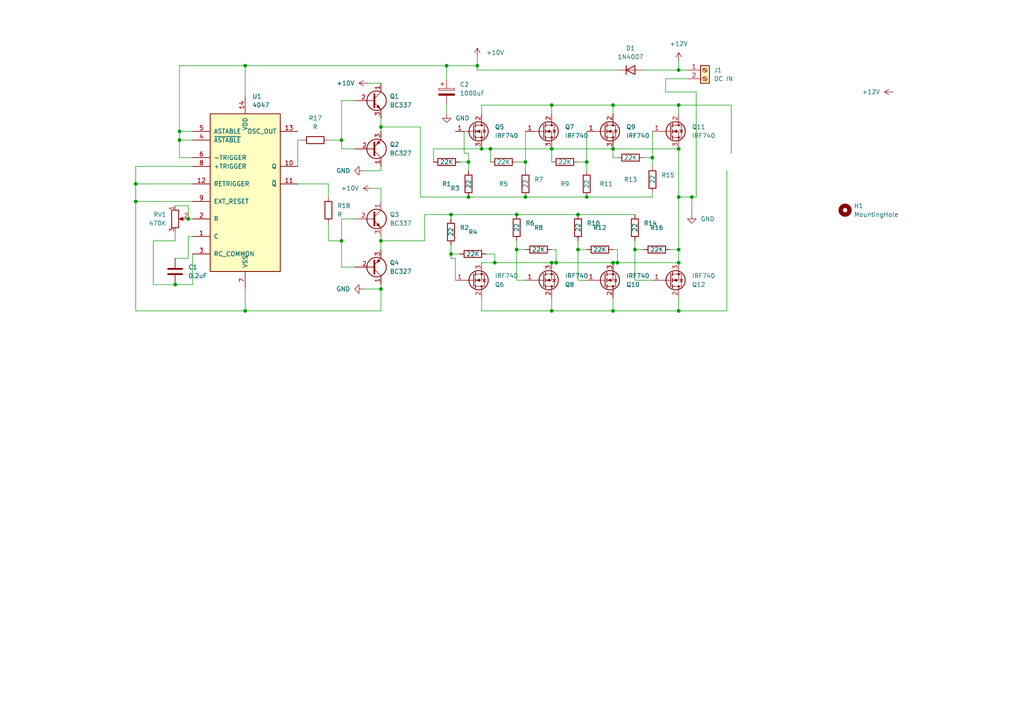
<source format=kicad_sch>
(kicad_sch (version 20211123) (generator eeschema)

  (uuid e63e39d7-6ac0-4ffd-8aa3-1841a4541b55)

  (paper "A4")

  (lib_symbols
    (symbol "4xxx:4047" (pin_names (offset 1.016)) (in_bom yes) (on_board yes)
      (property "Reference" "U" (id 0) (at -7.62 24.13 0)
        (effects (font (size 1.27 1.27)))
      )
      (property "Value" "4047" (id 1) (at -7.62 -24.13 0)
        (effects (font (size 1.27 1.27)))
      )
      (property "Footprint" "" (id 2) (at 0 0 0)
        (effects (font (size 1.27 1.27)) hide)
      )
      (property "Datasheet" "https://www.ti.com/lit/ds/symlink/cd4047b.pdf" (id 3) (at 0 0 0)
        (effects (font (size 1.27 1.27)) hide)
      )
      (property "ki_locked" "" (id 4) (at 0 0 0)
        (effects (font (size 1.27 1.27)))
      )
      (property "ki_keywords" "CMOS monostable astable multivibrator" (id 5) (at 0 0 0)
        (effects (font (size 1.27 1.27)) hide)
      )
      (property "ki_description" "Monostable/Astable Multivibrator" (id 6) (at 0 0 0)
        (effects (font (size 1.27 1.27)) hide)
      )
      (property "ki_fp_filters" "DIP*W7.62mm* SOIC*3.9x8.7mm*P1.27mm*" (id 7) (at 0 0 0)
        (effects (font (size 1.27 1.27)) hide)
      )
      (symbol "4047_1_0"
        (pin input line (at -15.24 -12.7 0) (length 5.08)
          (name "C" (effects (font (size 1.27 1.27))))
          (number "1" (effects (font (size 1.27 1.27))))
        )
        (pin output line (at 15.24 7.62 180) (length 5.08)
          (name "Q" (effects (font (size 1.27 1.27))))
          (number "10" (effects (font (size 1.27 1.27))))
        )
        (pin output line (at 15.24 2.54 180) (length 5.08)
          (name "~{Q}" (effects (font (size 1.27 1.27))))
          (number "11" (effects (font (size 1.27 1.27))))
        )
        (pin input line (at -15.24 2.54 0) (length 5.08)
          (name "RETRIGGER" (effects (font (size 1.27 1.27))))
          (number "12" (effects (font (size 1.27 1.27))))
        )
        (pin output line (at 15.24 17.78 180) (length 5.08)
          (name "OSC_OUT" (effects (font (size 1.27 1.27))))
          (number "13" (effects (font (size 1.27 1.27))))
        )
        (pin power_in line (at 0 27.94 270) (length 5.08)
          (name "VDD" (effects (font (size 1.27 1.27))))
          (number "14" (effects (font (size 1.27 1.27))))
        )
        (pin input line (at -15.24 -7.62 0) (length 5.08)
          (name "R" (effects (font (size 1.27 1.27))))
          (number "2" (effects (font (size 1.27 1.27))))
        )
        (pin input line (at -15.24 -17.78 0) (length 5.08)
          (name "RC_COMMON" (effects (font (size 1.27 1.27))))
          (number "3" (effects (font (size 1.27 1.27))))
        )
        (pin input line (at -15.24 15.24 0) (length 5.08)
          (name "~{ASTABLE}" (effects (font (size 1.27 1.27))))
          (number "4" (effects (font (size 1.27 1.27))))
        )
        (pin input line (at -15.24 17.78 0) (length 5.08)
          (name "ASTABLE" (effects (font (size 1.27 1.27))))
          (number "5" (effects (font (size 1.27 1.27))))
        )
        (pin input line (at -15.24 10.16 0) (length 5.08)
          (name "-TRIGGER" (effects (font (size 1.27 1.27))))
          (number "6" (effects (font (size 1.27 1.27))))
        )
        (pin power_in line (at 0 -27.94 90) (length 5.08)
          (name "VSS" (effects (font (size 1.27 1.27))))
          (number "7" (effects (font (size 1.27 1.27))))
        )
        (pin input line (at -15.24 7.62 0) (length 5.08)
          (name "+TRIGGER" (effects (font (size 1.27 1.27))))
          (number "8" (effects (font (size 1.27 1.27))))
        )
        (pin input line (at -15.24 -2.54 0) (length 5.08)
          (name "EXT_RESET" (effects (font (size 1.27 1.27))))
          (number "9" (effects (font (size 1.27 1.27))))
        )
      )
      (symbol "4047_1_1"
        (rectangle (start -10.16 22.86) (end 10.16 -22.86)
          (stroke (width 0.254) (type default) (color 0 0 0 0))
          (fill (type background))
        )
      )
    )
    (symbol "Connector:Screw_Terminal_01x02" (pin_names (offset 1.016) hide) (in_bom yes) (on_board yes)
      (property "Reference" "J" (id 0) (at 0 2.54 0)
        (effects (font (size 1.27 1.27)))
      )
      (property "Value" "Screw_Terminal_01x02" (id 1) (at 0 -5.08 0)
        (effects (font (size 1.27 1.27)))
      )
      (property "Footprint" "" (id 2) (at 0 0 0)
        (effects (font (size 1.27 1.27)) hide)
      )
      (property "Datasheet" "~" (id 3) (at 0 0 0)
        (effects (font (size 1.27 1.27)) hide)
      )
      (property "ki_keywords" "screw terminal" (id 4) (at 0 0 0)
        (effects (font (size 1.27 1.27)) hide)
      )
      (property "ki_description" "Generic screw terminal, single row, 01x02, script generated (kicad-library-utils/schlib/autogen/connector/)" (id 5) (at 0 0 0)
        (effects (font (size 1.27 1.27)) hide)
      )
      (property "ki_fp_filters" "TerminalBlock*:*" (id 6) (at 0 0 0)
        (effects (font (size 1.27 1.27)) hide)
      )
      (symbol "Screw_Terminal_01x02_1_1"
        (rectangle (start -1.27 1.27) (end 1.27 -3.81)
          (stroke (width 0.254) (type default) (color 0 0 0 0))
          (fill (type background))
        )
        (circle (center 0 -2.54) (radius 0.635)
          (stroke (width 0.1524) (type default) (color 0 0 0 0))
          (fill (type none))
        )
        (polyline
          (pts
            (xy -0.5334 -2.2098)
            (xy 0.3302 -3.048)
          )
          (stroke (width 0.1524) (type default) (color 0 0 0 0))
          (fill (type none))
        )
        (polyline
          (pts
            (xy -0.5334 0.3302)
            (xy 0.3302 -0.508)
          )
          (stroke (width 0.1524) (type default) (color 0 0 0 0))
          (fill (type none))
        )
        (polyline
          (pts
            (xy -0.3556 -2.032)
            (xy 0.508 -2.8702)
          )
          (stroke (width 0.1524) (type default) (color 0 0 0 0))
          (fill (type none))
        )
        (polyline
          (pts
            (xy -0.3556 0.508)
            (xy 0.508 -0.3302)
          )
          (stroke (width 0.1524) (type default) (color 0 0 0 0))
          (fill (type none))
        )
        (circle (center 0 0) (radius 0.635)
          (stroke (width 0.1524) (type default) (color 0 0 0 0))
          (fill (type none))
        )
        (pin passive line (at -5.08 0 0) (length 3.81)
          (name "Pin_1" (effects (font (size 1.27 1.27))))
          (number "1" (effects (font (size 1.27 1.27))))
        )
        (pin passive line (at -5.08 -2.54 0) (length 3.81)
          (name "Pin_2" (effects (font (size 1.27 1.27))))
          (number "2" (effects (font (size 1.27 1.27))))
        )
      )
    )
    (symbol "Device:C" (pin_numbers hide) (pin_names (offset 0.254)) (in_bom yes) (on_board yes)
      (property "Reference" "C" (id 0) (at 0.635 2.54 0)
        (effects (font (size 1.27 1.27)) (justify left))
      )
      (property "Value" "C" (id 1) (at 0.635 -2.54 0)
        (effects (font (size 1.27 1.27)) (justify left))
      )
      (property "Footprint" "" (id 2) (at 0.9652 -3.81 0)
        (effects (font (size 1.27 1.27)) hide)
      )
      (property "Datasheet" "~" (id 3) (at 0 0 0)
        (effects (font (size 1.27 1.27)) hide)
      )
      (property "ki_keywords" "cap capacitor" (id 4) (at 0 0 0)
        (effects (font (size 1.27 1.27)) hide)
      )
      (property "ki_description" "Unpolarized capacitor" (id 5) (at 0 0 0)
        (effects (font (size 1.27 1.27)) hide)
      )
      (property "ki_fp_filters" "C_*" (id 6) (at 0 0 0)
        (effects (font (size 1.27 1.27)) hide)
      )
      (symbol "C_0_1"
        (polyline
          (pts
            (xy -2.032 -0.762)
            (xy 2.032 -0.762)
          )
          (stroke (width 0.508) (type default) (color 0 0 0 0))
          (fill (type none))
        )
        (polyline
          (pts
            (xy -2.032 0.762)
            (xy 2.032 0.762)
          )
          (stroke (width 0.508) (type default) (color 0 0 0 0))
          (fill (type none))
        )
      )
      (symbol "C_1_1"
        (pin passive line (at 0 3.81 270) (length 2.794)
          (name "~" (effects (font (size 1.27 1.27))))
          (number "1" (effects (font (size 1.27 1.27))))
        )
        (pin passive line (at 0 -3.81 90) (length 2.794)
          (name "~" (effects (font (size 1.27 1.27))))
          (number "2" (effects (font (size 1.27 1.27))))
        )
      )
    )
    (symbol "Device:C_Polarized" (pin_numbers hide) (pin_names (offset 0.254)) (in_bom yes) (on_board yes)
      (property "Reference" "C" (id 0) (at 0.635 2.54 0)
        (effects (font (size 1.27 1.27)) (justify left))
      )
      (property "Value" "C_Polarized" (id 1) (at 0.635 -2.54 0)
        (effects (font (size 1.27 1.27)) (justify left))
      )
      (property "Footprint" "" (id 2) (at 0.9652 -3.81 0)
        (effects (font (size 1.27 1.27)) hide)
      )
      (property "Datasheet" "~" (id 3) (at 0 0 0)
        (effects (font (size 1.27 1.27)) hide)
      )
      (property "ki_keywords" "cap capacitor" (id 4) (at 0 0 0)
        (effects (font (size 1.27 1.27)) hide)
      )
      (property "ki_description" "Polarized capacitor" (id 5) (at 0 0 0)
        (effects (font (size 1.27 1.27)) hide)
      )
      (property "ki_fp_filters" "CP_*" (id 6) (at 0 0 0)
        (effects (font (size 1.27 1.27)) hide)
      )
      (symbol "C_Polarized_0_1"
        (rectangle (start -2.286 0.508) (end 2.286 1.016)
          (stroke (width 0) (type default) (color 0 0 0 0))
          (fill (type none))
        )
        (polyline
          (pts
            (xy -1.778 2.286)
            (xy -0.762 2.286)
          )
          (stroke (width 0) (type default) (color 0 0 0 0))
          (fill (type none))
        )
        (polyline
          (pts
            (xy -1.27 2.794)
            (xy -1.27 1.778)
          )
          (stroke (width 0) (type default) (color 0 0 0 0))
          (fill (type none))
        )
        (rectangle (start 2.286 -0.508) (end -2.286 -1.016)
          (stroke (width 0) (type default) (color 0 0 0 0))
          (fill (type outline))
        )
      )
      (symbol "C_Polarized_1_1"
        (pin passive line (at 0 3.81 270) (length 2.794)
          (name "~" (effects (font (size 1.27 1.27))))
          (number "1" (effects (font (size 1.27 1.27))))
        )
        (pin passive line (at 0 -3.81 90) (length 2.794)
          (name "~" (effects (font (size 1.27 1.27))))
          (number "2" (effects (font (size 1.27 1.27))))
        )
      )
    )
    (symbol "Device:R" (pin_numbers hide) (pin_names (offset 0)) (in_bom yes) (on_board yes)
      (property "Reference" "R" (id 0) (at 2.032 0 90)
        (effects (font (size 1.27 1.27)))
      )
      (property "Value" "R" (id 1) (at 0 0 90)
        (effects (font (size 1.27 1.27)))
      )
      (property "Footprint" "" (id 2) (at -1.778 0 90)
        (effects (font (size 1.27 1.27)) hide)
      )
      (property "Datasheet" "~" (id 3) (at 0 0 0)
        (effects (font (size 1.27 1.27)) hide)
      )
      (property "ki_keywords" "R res resistor" (id 4) (at 0 0 0)
        (effects (font (size 1.27 1.27)) hide)
      )
      (property "ki_description" "Resistor" (id 5) (at 0 0 0)
        (effects (font (size 1.27 1.27)) hide)
      )
      (property "ki_fp_filters" "R_*" (id 6) (at 0 0 0)
        (effects (font (size 1.27 1.27)) hide)
      )
      (symbol "R_0_1"
        (rectangle (start -1.016 -2.54) (end 1.016 2.54)
          (stroke (width 0.254) (type default) (color 0 0 0 0))
          (fill (type none))
        )
      )
      (symbol "R_1_1"
        (pin passive line (at 0 3.81 270) (length 1.27)
          (name "~" (effects (font (size 1.27 1.27))))
          (number "1" (effects (font (size 1.27 1.27))))
        )
        (pin passive line (at 0 -3.81 90) (length 1.27)
          (name "~" (effects (font (size 1.27 1.27))))
          (number "2" (effects (font (size 1.27 1.27))))
        )
      )
    )
    (symbol "Device:R_Potentiometer" (pin_names (offset 1.016) hide) (in_bom yes) (on_board yes)
      (property "Reference" "RV" (id 0) (at -4.445 0 90)
        (effects (font (size 1.27 1.27)))
      )
      (property "Value" "R_Potentiometer" (id 1) (at -2.54 0 90)
        (effects (font (size 1.27 1.27)))
      )
      (property "Footprint" "" (id 2) (at 0 0 0)
        (effects (font (size 1.27 1.27)) hide)
      )
      (property "Datasheet" "~" (id 3) (at 0 0 0)
        (effects (font (size 1.27 1.27)) hide)
      )
      (property "ki_keywords" "resistor variable" (id 4) (at 0 0 0)
        (effects (font (size 1.27 1.27)) hide)
      )
      (property "ki_description" "Potentiometer" (id 5) (at 0 0 0)
        (effects (font (size 1.27 1.27)) hide)
      )
      (property "ki_fp_filters" "Potentiometer*" (id 6) (at 0 0 0)
        (effects (font (size 1.27 1.27)) hide)
      )
      (symbol "R_Potentiometer_0_1"
        (polyline
          (pts
            (xy 2.54 0)
            (xy 1.524 0)
          )
          (stroke (width 0) (type default) (color 0 0 0 0))
          (fill (type none))
        )
        (polyline
          (pts
            (xy 1.143 0)
            (xy 2.286 0.508)
            (xy 2.286 -0.508)
            (xy 1.143 0)
          )
          (stroke (width 0) (type default) (color 0 0 0 0))
          (fill (type outline))
        )
        (rectangle (start 1.016 2.54) (end -1.016 -2.54)
          (stroke (width 0.254) (type default) (color 0 0 0 0))
          (fill (type none))
        )
      )
      (symbol "R_Potentiometer_1_1"
        (pin passive line (at 0 3.81 270) (length 1.27)
          (name "1" (effects (font (size 1.27 1.27))))
          (number "1" (effects (font (size 1.27 1.27))))
        )
        (pin passive line (at 3.81 0 180) (length 1.27)
          (name "2" (effects (font (size 1.27 1.27))))
          (number "2" (effects (font (size 1.27 1.27))))
        )
        (pin passive line (at 0 -3.81 90) (length 1.27)
          (name "3" (effects (font (size 1.27 1.27))))
          (number "3" (effects (font (size 1.27 1.27))))
        )
      )
    )
    (symbol "Diode:1N4007" (pin_numbers hide) (pin_names (offset 1.016) hide) (in_bom yes) (on_board yes)
      (property "Reference" "D" (id 0) (at 0 2.54 0)
        (effects (font (size 1.27 1.27)))
      )
      (property "Value" "1N4007" (id 1) (at 0 -2.54 0)
        (effects (font (size 1.27 1.27)))
      )
      (property "Footprint" "Diode_THT:D_DO-41_SOD81_P10.16mm_Horizontal" (id 2) (at 0 -4.445 0)
        (effects (font (size 1.27 1.27)) hide)
      )
      (property "Datasheet" "http://www.vishay.com/docs/88503/1n4001.pdf" (id 3) (at 0 0 0)
        (effects (font (size 1.27 1.27)) hide)
      )
      (property "ki_keywords" "diode" (id 4) (at 0 0 0)
        (effects (font (size 1.27 1.27)) hide)
      )
      (property "ki_description" "1000V 1A General Purpose Rectifier Diode, DO-41" (id 5) (at 0 0 0)
        (effects (font (size 1.27 1.27)) hide)
      )
      (property "ki_fp_filters" "D*DO?41*" (id 6) (at 0 0 0)
        (effects (font (size 1.27 1.27)) hide)
      )
      (symbol "1N4007_0_1"
        (polyline
          (pts
            (xy -1.27 1.27)
            (xy -1.27 -1.27)
          )
          (stroke (width 0.254) (type default) (color 0 0 0 0))
          (fill (type none))
        )
        (polyline
          (pts
            (xy 1.27 0)
            (xy -1.27 0)
          )
          (stroke (width 0) (type default) (color 0 0 0 0))
          (fill (type none))
        )
        (polyline
          (pts
            (xy 1.27 1.27)
            (xy 1.27 -1.27)
            (xy -1.27 0)
            (xy 1.27 1.27)
          )
          (stroke (width 0.254) (type default) (color 0 0 0 0))
          (fill (type none))
        )
      )
      (symbol "1N4007_1_1"
        (pin passive line (at -3.81 0 0) (length 2.54)
          (name "K" (effects (font (size 1.27 1.27))))
          (number "1" (effects (font (size 1.27 1.27))))
        )
        (pin passive line (at 3.81 0 180) (length 2.54)
          (name "A" (effects (font (size 1.27 1.27))))
          (number "2" (effects (font (size 1.27 1.27))))
        )
      )
    )
    (symbol "Mechanical:MountingHole" (pin_names (offset 1.016)) (in_bom yes) (on_board yes)
      (property "Reference" "H" (id 0) (at 0 5.08 0)
        (effects (font (size 1.27 1.27)))
      )
      (property "Value" "MountingHole" (id 1) (at 0 3.175 0)
        (effects (font (size 1.27 1.27)))
      )
      (property "Footprint" "" (id 2) (at 0 0 0)
        (effects (font (size 1.27 1.27)) hide)
      )
      (property "Datasheet" "~" (id 3) (at 0 0 0)
        (effects (font (size 1.27 1.27)) hide)
      )
      (property "ki_keywords" "mounting hole" (id 4) (at 0 0 0)
        (effects (font (size 1.27 1.27)) hide)
      )
      (property "ki_description" "Mounting Hole without connection" (id 5) (at 0 0 0)
        (effects (font (size 1.27 1.27)) hide)
      )
      (property "ki_fp_filters" "MountingHole*" (id 6) (at 0 0 0)
        (effects (font (size 1.27 1.27)) hide)
      )
      (symbol "MountingHole_0_1"
        (circle (center 0 0) (radius 1.27)
          (stroke (width 1.27) (type default) (color 0 0 0 0))
          (fill (type none))
        )
      )
    )
    (symbol "Transistor_BJT:BC327" (pin_names (offset 0) hide) (in_bom yes) (on_board yes)
      (property "Reference" "Q" (id 0) (at 5.08 1.905 0)
        (effects (font (size 1.27 1.27)) (justify left))
      )
      (property "Value" "BC327" (id 1) (at 5.08 0 0)
        (effects (font (size 1.27 1.27)) (justify left))
      )
      (property "Footprint" "Package_TO_SOT_THT:TO-92_Inline" (id 2) (at 5.08 -1.905 0)
        (effects (font (size 1.27 1.27) italic) (justify left) hide)
      )
      (property "Datasheet" "http://www.onsemi.com/pub_link/Collateral/BC327-D.PDF" (id 3) (at 0 0 0)
        (effects (font (size 1.27 1.27)) (justify left) hide)
      )
      (property "ki_keywords" "PNP Transistor" (id 4) (at 0 0 0)
        (effects (font (size 1.27 1.27)) hide)
      )
      (property "ki_description" "0.8A Ic, 45V Vce, PNP Transistor, TO-92" (id 5) (at 0 0 0)
        (effects (font (size 1.27 1.27)) hide)
      )
      (property "ki_fp_filters" "TO?92*" (id 6) (at 0 0 0)
        (effects (font (size 1.27 1.27)) hide)
      )
      (symbol "BC327_0_1"
        (polyline
          (pts
            (xy 0.635 0.635)
            (xy 2.54 2.54)
          )
          (stroke (width 0) (type default) (color 0 0 0 0))
          (fill (type none))
        )
        (polyline
          (pts
            (xy 0.635 -0.635)
            (xy 2.54 -2.54)
            (xy 2.54 -2.54)
          )
          (stroke (width 0) (type default) (color 0 0 0 0))
          (fill (type none))
        )
        (polyline
          (pts
            (xy 0.635 1.905)
            (xy 0.635 -1.905)
            (xy 0.635 -1.905)
          )
          (stroke (width 0.508) (type default) (color 0 0 0 0))
          (fill (type none))
        )
        (polyline
          (pts
            (xy 2.286 -1.778)
            (xy 1.778 -2.286)
            (xy 1.27 -1.27)
            (xy 2.286 -1.778)
            (xy 2.286 -1.778)
          )
          (stroke (width 0) (type default) (color 0 0 0 0))
          (fill (type outline))
        )
        (circle (center 1.27 0) (radius 2.8194)
          (stroke (width 0.254) (type default) (color 0 0 0 0))
          (fill (type none))
        )
      )
      (symbol "BC327_1_1"
        (pin passive line (at 2.54 5.08 270) (length 2.54)
          (name "C" (effects (font (size 1.27 1.27))))
          (number "1" (effects (font (size 1.27 1.27))))
        )
        (pin input line (at -5.08 0 0) (length 5.715)
          (name "B" (effects (font (size 1.27 1.27))))
          (number "2" (effects (font (size 1.27 1.27))))
        )
        (pin passive line (at 2.54 -5.08 90) (length 2.54)
          (name "E" (effects (font (size 1.27 1.27))))
          (number "3" (effects (font (size 1.27 1.27))))
        )
      )
    )
    (symbol "Transistor_BJT:BC337" (pin_names (offset 0) hide) (in_bom yes) (on_board yes)
      (property "Reference" "Q" (id 0) (at 5.08 1.905 0)
        (effects (font (size 1.27 1.27)) (justify left))
      )
      (property "Value" "BC337" (id 1) (at 5.08 0 0)
        (effects (font (size 1.27 1.27)) (justify left))
      )
      (property "Footprint" "Package_TO_SOT_THT:TO-92_Inline" (id 2) (at 5.08 -1.905 0)
        (effects (font (size 1.27 1.27) italic) (justify left) hide)
      )
      (property "Datasheet" "https://diotec.com/tl_files/diotec/files/pdf/datasheets/bc337.pdf" (id 3) (at 0 0 0)
        (effects (font (size 1.27 1.27)) (justify left) hide)
      )
      (property "ki_keywords" "NPN Transistor" (id 4) (at 0 0 0)
        (effects (font (size 1.27 1.27)) hide)
      )
      (property "ki_description" "0.8A Ic, 45V Vce, NPN Transistor, TO-92" (id 5) (at 0 0 0)
        (effects (font (size 1.27 1.27)) hide)
      )
      (property "ki_fp_filters" "TO?92*" (id 6) (at 0 0 0)
        (effects (font (size 1.27 1.27)) hide)
      )
      (symbol "BC337_0_1"
        (polyline
          (pts
            (xy 0 0)
            (xy 0.635 0)
          )
          (stroke (width 0) (type default) (color 0 0 0 0))
          (fill (type none))
        )
        (polyline
          (pts
            (xy 0.635 0.635)
            (xy 2.54 2.54)
          )
          (stroke (width 0) (type default) (color 0 0 0 0))
          (fill (type none))
        )
        (polyline
          (pts
            (xy 0.635 -0.635)
            (xy 2.54 -2.54)
            (xy 2.54 -2.54)
          )
          (stroke (width 0) (type default) (color 0 0 0 0))
          (fill (type none))
        )
        (polyline
          (pts
            (xy 0.635 1.905)
            (xy 0.635 -1.905)
            (xy 0.635 -1.905)
          )
          (stroke (width 0.508) (type default) (color 0 0 0 0))
          (fill (type none))
        )
        (polyline
          (pts
            (xy 1.27 -1.778)
            (xy 1.778 -1.27)
            (xy 2.286 -2.286)
            (xy 1.27 -1.778)
            (xy 1.27 -1.778)
          )
          (stroke (width 0) (type default) (color 0 0 0 0))
          (fill (type outline))
        )
        (circle (center 1.27 0) (radius 2.8194)
          (stroke (width 0.254) (type default) (color 0 0 0 0))
          (fill (type none))
        )
      )
      (symbol "BC337_1_1"
        (pin passive line (at 2.54 5.08 270) (length 2.54)
          (name "C" (effects (font (size 1.27 1.27))))
          (number "1" (effects (font (size 1.27 1.27))))
        )
        (pin input line (at -5.08 0 0) (length 5.08)
          (name "B" (effects (font (size 1.27 1.27))))
          (number "2" (effects (font (size 1.27 1.27))))
        )
        (pin passive line (at 2.54 -5.08 90) (length 2.54)
          (name "E" (effects (font (size 1.27 1.27))))
          (number "3" (effects (font (size 1.27 1.27))))
        )
      )
    )
    (symbol "Transistor_FET:IRF740" (pin_names hide) (in_bom yes) (on_board yes)
      (property "Reference" "Q" (id 0) (at 6.35 1.905 0)
        (effects (font (size 1.27 1.27)) (justify left))
      )
      (property "Value" "IRF740" (id 1) (at 6.35 0 0)
        (effects (font (size 1.27 1.27)) (justify left))
      )
      (property "Footprint" "Package_TO_SOT_THT:TO-220-3_Vertical" (id 2) (at 6.35 -1.905 0)
        (effects (font (size 1.27 1.27) italic) (justify left) hide)
      )
      (property "Datasheet" "http://www.vishay.com/docs/91054/91054.pdf" (id 3) (at 0 0 0)
        (effects (font (size 1.27 1.27)) (justify left) hide)
      )
      (property "ki_keywords" "N Channel" (id 4) (at 0 0 0)
        (effects (font (size 1.27 1.27)) hide)
      )
      (property "ki_description" "10A Id, 400V Vds, N-Channel Power MOSFET, 500mOhm Rds, TO-220AB" (id 5) (at 0 0 0)
        (effects (font (size 1.27 1.27)) hide)
      )
      (property "ki_fp_filters" "TO?220*" (id 6) (at 0 0 0)
        (effects (font (size 1.27 1.27)) hide)
      )
      (symbol "IRF740_0_1"
        (polyline
          (pts
            (xy 0.254 0)
            (xy -2.54 0)
          )
          (stroke (width 0) (type default) (color 0 0 0 0))
          (fill (type none))
        )
        (polyline
          (pts
            (xy 0.254 1.905)
            (xy 0.254 -1.905)
          )
          (stroke (width 0.254) (type default) (color 0 0 0 0))
          (fill (type none))
        )
        (polyline
          (pts
            (xy 0.762 -1.27)
            (xy 0.762 -2.286)
          )
          (stroke (width 0.254) (type default) (color 0 0 0 0))
          (fill (type none))
        )
        (polyline
          (pts
            (xy 0.762 0.508)
            (xy 0.762 -0.508)
          )
          (stroke (width 0.254) (type default) (color 0 0 0 0))
          (fill (type none))
        )
        (polyline
          (pts
            (xy 0.762 2.286)
            (xy 0.762 1.27)
          )
          (stroke (width 0.254) (type default) (color 0 0 0 0))
          (fill (type none))
        )
        (polyline
          (pts
            (xy 2.54 2.54)
            (xy 2.54 1.778)
          )
          (stroke (width 0) (type default) (color 0 0 0 0))
          (fill (type none))
        )
        (polyline
          (pts
            (xy 2.54 -2.54)
            (xy 2.54 0)
            (xy 0.762 0)
          )
          (stroke (width 0) (type default) (color 0 0 0 0))
          (fill (type none))
        )
        (polyline
          (pts
            (xy 0.762 -1.778)
            (xy 3.302 -1.778)
            (xy 3.302 1.778)
            (xy 0.762 1.778)
          )
          (stroke (width 0) (type default) (color 0 0 0 0))
          (fill (type none))
        )
        (polyline
          (pts
            (xy 1.016 0)
            (xy 2.032 0.381)
            (xy 2.032 -0.381)
            (xy 1.016 0)
          )
          (stroke (width 0) (type default) (color 0 0 0 0))
          (fill (type outline))
        )
        (polyline
          (pts
            (xy 2.794 0.508)
            (xy 2.921 0.381)
            (xy 3.683 0.381)
            (xy 3.81 0.254)
          )
          (stroke (width 0) (type default) (color 0 0 0 0))
          (fill (type none))
        )
        (polyline
          (pts
            (xy 3.302 0.381)
            (xy 2.921 -0.254)
            (xy 3.683 -0.254)
            (xy 3.302 0.381)
          )
          (stroke (width 0) (type default) (color 0 0 0 0))
          (fill (type none))
        )
        (circle (center 1.651 0) (radius 2.794)
          (stroke (width 0.254) (type default) (color 0 0 0 0))
          (fill (type none))
        )
        (circle (center 2.54 -1.778) (radius 0.254)
          (stroke (width 0) (type default) (color 0 0 0 0))
          (fill (type outline))
        )
        (circle (center 2.54 1.778) (radius 0.254)
          (stroke (width 0) (type default) (color 0 0 0 0))
          (fill (type outline))
        )
      )
      (symbol "IRF740_1_1"
        (pin input line (at -5.08 0 0) (length 2.54)
          (name "G" (effects (font (size 1.27 1.27))))
          (number "1" (effects (font (size 1.27 1.27))))
        )
        (pin passive line (at 2.54 5.08 270) (length 2.54)
          (name "D" (effects (font (size 1.27 1.27))))
          (number "2" (effects (font (size 1.27 1.27))))
        )
        (pin passive line (at 2.54 -5.08 90) (length 2.54)
          (name "S" (effects (font (size 1.27 1.27))))
          (number "3" (effects (font (size 1.27 1.27))))
        )
      )
    )
    (symbol "power:+10V" (power) (pin_names (offset 0)) (in_bom yes) (on_board yes)
      (property "Reference" "#PWR" (id 0) (at 0 -3.81 0)
        (effects (font (size 1.27 1.27)) hide)
      )
      (property "Value" "+10V" (id 1) (at 0 3.556 0)
        (effects (font (size 1.27 1.27)))
      )
      (property "Footprint" "" (id 2) (at 0 0 0)
        (effects (font (size 1.27 1.27)) hide)
      )
      (property "Datasheet" "" (id 3) (at 0 0 0)
        (effects (font (size 1.27 1.27)) hide)
      )
      (property "ki_keywords" "power-flag" (id 4) (at 0 0 0)
        (effects (font (size 1.27 1.27)) hide)
      )
      (property "ki_description" "Power symbol creates a global label with name \"+10V\"" (id 5) (at 0 0 0)
        (effects (font (size 1.27 1.27)) hide)
      )
      (symbol "+10V_0_1"
        (polyline
          (pts
            (xy -0.762 1.27)
            (xy 0 2.54)
          )
          (stroke (width 0) (type default) (color 0 0 0 0))
          (fill (type none))
        )
        (polyline
          (pts
            (xy 0 0)
            (xy 0 2.54)
          )
          (stroke (width 0) (type default) (color 0 0 0 0))
          (fill (type none))
        )
        (polyline
          (pts
            (xy 0 2.54)
            (xy 0.762 1.27)
          )
          (stroke (width 0) (type default) (color 0 0 0 0))
          (fill (type none))
        )
      )
      (symbol "+10V_1_1"
        (pin power_in line (at 0 0 90) (length 0) hide
          (name "+10V" (effects (font (size 1.27 1.27))))
          (number "1" (effects (font (size 1.27 1.27))))
        )
      )
    )
    (symbol "power:+12V" (power) (pin_names (offset 0)) (in_bom yes) (on_board yes)
      (property "Reference" "#PWR" (id 0) (at 0 -3.81 0)
        (effects (font (size 1.27 1.27)) hide)
      )
      (property "Value" "+12V" (id 1) (at 0 3.556 0)
        (effects (font (size 1.27 1.27)))
      )
      (property "Footprint" "" (id 2) (at 0 0 0)
        (effects (font (size 1.27 1.27)) hide)
      )
      (property "Datasheet" "" (id 3) (at 0 0 0)
        (effects (font (size 1.27 1.27)) hide)
      )
      (property "ki_keywords" "power-flag" (id 4) (at 0 0 0)
        (effects (font (size 1.27 1.27)) hide)
      )
      (property "ki_description" "Power symbol creates a global label with name \"+12V\"" (id 5) (at 0 0 0)
        (effects (font (size 1.27 1.27)) hide)
      )
      (symbol "+12V_0_1"
        (polyline
          (pts
            (xy -0.762 1.27)
            (xy 0 2.54)
          )
          (stroke (width 0) (type default) (color 0 0 0 0))
          (fill (type none))
        )
        (polyline
          (pts
            (xy 0 0)
            (xy 0 2.54)
          )
          (stroke (width 0) (type default) (color 0 0 0 0))
          (fill (type none))
        )
        (polyline
          (pts
            (xy 0 2.54)
            (xy 0.762 1.27)
          )
          (stroke (width 0) (type default) (color 0 0 0 0))
          (fill (type none))
        )
      )
      (symbol "+12V_1_1"
        (pin power_in line (at 0 0 90) (length 0) hide
          (name "+12V" (effects (font (size 1.27 1.27))))
          (number "1" (effects (font (size 1.27 1.27))))
        )
      )
    )
    (symbol "power:GND" (power) (pin_names (offset 0)) (in_bom yes) (on_board yes)
      (property "Reference" "#PWR" (id 0) (at 0 -6.35 0)
        (effects (font (size 1.27 1.27)) hide)
      )
      (property "Value" "GND" (id 1) (at 0 -3.81 0)
        (effects (font (size 1.27 1.27)))
      )
      (property "Footprint" "" (id 2) (at 0 0 0)
        (effects (font (size 1.27 1.27)) hide)
      )
      (property "Datasheet" "" (id 3) (at 0 0 0)
        (effects (font (size 1.27 1.27)) hide)
      )
      (property "ki_keywords" "power-flag" (id 4) (at 0 0 0)
        (effects (font (size 1.27 1.27)) hide)
      )
      (property "ki_description" "Power symbol creates a global label with name \"GND\" , ground" (id 5) (at 0 0 0)
        (effects (font (size 1.27 1.27)) hide)
      )
      (symbol "GND_0_1"
        (polyline
          (pts
            (xy 0 0)
            (xy 0 -1.27)
            (xy 1.27 -1.27)
            (xy 0 -2.54)
            (xy -1.27 -1.27)
            (xy 0 -1.27)
          )
          (stroke (width 0) (type default) (color 0 0 0 0))
          (fill (type none))
        )
      )
      (symbol "GND_1_1"
        (pin power_in line (at 0 0 270) (length 0) hide
          (name "GND" (effects (font (size 1.27 1.27))))
          (number "1" (effects (font (size 1.27 1.27))))
        )
      )
    )
  )

  (junction (at 99.06 69.85) (diameter 0) (color 0 0 0 0)
    (uuid 0087d6f7-ea61-4a08-aeaa-494250451966)
  )
  (junction (at 160.02 43.18) (diameter 0) (color 0 0 0 0)
    (uuid 0b4b0cca-bc57-4edc-9005-be5f4d0112cc)
  )
  (junction (at 139.7 43.18) (diameter 0) (color 0 0 0 0)
    (uuid 2235a3f6-026f-4522-b0c5-2f40415b1193)
  )
  (junction (at 110.49 69.85) (diameter 0) (color 0 0 0 0)
    (uuid 2307c937-d778-4769-8a39-82065649522b)
  )
  (junction (at 110.49 36.83) (diameter 0) (color 0 0 0 0)
    (uuid 24be7a8b-4212-4b48-a528-adee53432085)
  )
  (junction (at 152.4 57.15) (diameter 0) (color 0 0 0 0)
    (uuid 3af1f80b-f923-4748-bf4a-8e3e7f0825f3)
  )
  (junction (at 170.18 57.15) (diameter 0) (color 0 0 0 0)
    (uuid 3b9950d8-0aeb-43b3-8c85-2a95b7a79b52)
  )
  (junction (at 52.07 38.1) (diameter 0) (color 0 0 0 0)
    (uuid 4734aab7-de77-44a5-8eaf-19fc3c96cabd)
  )
  (junction (at 50.8 82.55) (diameter 0) (color 0 0 0 0)
    (uuid 4fe31b2d-b547-4cf3-890d-b198c1c7f15f)
  )
  (junction (at 130.81 73.66) (diameter 0) (color 0 0 0 0)
    (uuid 53bb42c1-7d02-402e-bf11-1cdbd37bfdc9)
  )
  (junction (at 177.8 90.17) (diameter 0) (color 0 0 0 0)
    (uuid 5617ee50-a803-4c8a-bfc8-0dc4a0a455d1)
  )
  (junction (at 161.29 76.2) (diameter 0) (color 0 0 0 0)
    (uuid 57b98206-af70-4d90-bc60-7ffa57d628e9)
  )
  (junction (at 110.49 83.82) (diameter 0) (color 0 0 0 0)
    (uuid 60222b9e-3fd9-46ca-bf61-8ed7bec57e08)
  )
  (junction (at 179.07 76.2) (diameter 0) (color 0 0 0 0)
    (uuid 626c3637-bef4-41a2-9ee3-490d51414154)
  )
  (junction (at 189.23 45.72) (diameter 0) (color 0 0 0 0)
    (uuid 69059cdf-a401-4e38-8ffd-ce8631da6dbe)
  )
  (junction (at 196.85 20.32) (diameter 0) (color 0 0 0 0)
    (uuid 6cb18121-232a-4081-938d-15933c002b35)
  )
  (junction (at 160.02 90.17) (diameter 0) (color 0 0 0 0)
    (uuid 772e6caa-a21c-45a6-864f-070d5d6e7888)
  )
  (junction (at 200.66 57.15) (diameter 0) (color 0 0 0 0)
    (uuid 877c5dad-925c-481a-8c09-615224888c0b)
  )
  (junction (at 177.8 30.48) (diameter 0) (color 0 0 0 0)
    (uuid 885dbbd2-f8ec-4e71-81ef-212523babe89)
  )
  (junction (at 177.8 43.18) (diameter 0) (color 0 0 0 0)
    (uuid 89d7a906-70fd-4d9c-8510-0167cf12ce87)
  )
  (junction (at 196.85 76.2) (diameter 0) (color 0 0 0 0)
    (uuid 8b5e27f4-0170-4cec-9f9b-1a71f198a676)
  )
  (junction (at 142.24 43.18) (diameter 0) (color 0 0 0 0)
    (uuid 91fed008-391e-4061-a5b2-8d9497685a89)
  )
  (junction (at 196.85 43.18) (diameter 0) (color 0 0 0 0)
    (uuid 962d195a-9d2d-4223-8bdf-73b22f9b251f)
  )
  (junction (at 71.12 90.17) (diameter 0) (color 0 0 0 0)
    (uuid 981da3c2-b64c-43ad-9d36-3af41c272dec)
  )
  (junction (at 152.4 46.99) (diameter 0) (color 0 0 0 0)
    (uuid a0495e70-bfe9-4c88-8478-4e76e143c284)
  )
  (junction (at 71.12 19.05) (diameter 0) (color 0 0 0 0)
    (uuid a0bcfd6b-61ca-4399-895a-23cbaf475967)
  )
  (junction (at 39.37 58.42) (diameter 0) (color 0 0 0 0)
    (uuid a4ab741b-c807-4993-ad35-68e39f064f14)
  )
  (junction (at 184.15 72.39) (diameter 0) (color 0 0 0 0)
    (uuid a6bd9398-b4c1-4d3f-850b-fcdd2092f8af)
  )
  (junction (at 160.02 30.48) (diameter 0) (color 0 0 0 0)
    (uuid b1c935d5-0867-4889-803b-49d40c200956)
  )
  (junction (at 167.64 72.39) (diameter 0) (color 0 0 0 0)
    (uuid b3fdcb11-5d1c-4ba1-9ca9-c8619a245c09)
  )
  (junction (at 52.07 40.64) (diameter 0) (color 0 0 0 0)
    (uuid b76efae3-a799-4c70-9f21-b6df9041989b)
  )
  (junction (at 135.89 57.15) (diameter 0) (color 0 0 0 0)
    (uuid b91c31b2-b627-4a00-9608-ba1e9b2a982f)
  )
  (junction (at 129.54 19.05) (diameter 0) (color 0 0 0 0)
    (uuid bbcf13a9-1513-4dc9-a685-72d8e349fdc9)
  )
  (junction (at 149.86 72.39) (diameter 0) (color 0 0 0 0)
    (uuid bc963c53-639d-4010-b5f2-240b3ece2447)
  )
  (junction (at 138.43 19.05) (diameter 0) (color 0 0 0 0)
    (uuid c4c27cb5-aefa-4efe-9d62-4ae646280b55)
  )
  (junction (at 130.81 62.23) (diameter 0) (color 0 0 0 0)
    (uuid c721b229-2f79-46da-ad42-be75a5eb9bbd)
  )
  (junction (at 196.85 72.39) (diameter 0) (color 0 0 0 0)
    (uuid d2737a6b-c1d1-4ed1-8428-53417d556c84)
  )
  (junction (at 170.18 46.99) (diameter 0) (color 0 0 0 0)
    (uuid d4686250-3b7f-47e2-a008-bf4441c518f1)
  )
  (junction (at 99.06 40.64) (diameter 0) (color 0 0 0 0)
    (uuid d6b03584-a603-41cc-94db-92ffeb7a1ba3)
  )
  (junction (at 39.37 53.34) (diameter 0) (color 0 0 0 0)
    (uuid d74daecb-ea77-440d-a5fe-0fa8cb635fe2)
  )
  (junction (at 160.02 76.2) (diameter 0) (color 0 0 0 0)
    (uuid e3c0a8b0-7c96-4699-8ec6-00316f529712)
  )
  (junction (at 177.8 76.2) (diameter 0) (color 0 0 0 0)
    (uuid e3e5fb4b-e84c-477e-946f-85c5ae8e3199)
  )
  (junction (at 149.86 62.23) (diameter 0) (color 0 0 0 0)
    (uuid e4b20cee-5be4-40d4-a7d2-f468709b6dfd)
  )
  (junction (at 135.89 46.99) (diameter 0) (color 0 0 0 0)
    (uuid e5bc8d94-a82c-41eb-83cd-3eac362c0c75)
  )
  (junction (at 54.61 63.5) (diameter 0) (color 0 0 0 0)
    (uuid e5e5d171-721f-4bac-8e8b-c85a68d16e06)
  )
  (junction (at 196.85 57.15) (diameter 0) (color 0 0 0 0)
    (uuid ebef1121-8f7c-4818-9232-b56c28bf8c65)
  )
  (junction (at 196.85 30.48) (diameter 0) (color 0 0 0 0)
    (uuid ef4fd876-5ece-4cf6-abd9-00cfa5d83be0)
  )
  (junction (at 196.85 90.17) (diameter 0) (color 0 0 0 0)
    (uuid f6321326-d089-46a6-8c92-5c0e01a5b629)
  )
  (junction (at 167.64 62.23) (diameter 0) (color 0 0 0 0)
    (uuid f68b270c-ae80-48bf-85e0-87a0dc235fc5)
  )
  (junction (at 143.51 76.2) (diameter 0) (color 0 0 0 0)
    (uuid ffc54b3c-19dd-44db-a9f9-e3f356549f66)
  )

  (wire (pts (xy 110.49 83.82) (xy 110.49 82.55))
    (stroke (width 0) (type default) (color 0 0 0 0))
    (uuid 0159a599-df26-4190-b4d7-bf303437a97a)
  )
  (wire (pts (xy 200.66 57.15) (xy 200.66 62.23))
    (stroke (width 0) (type default) (color 0 0 0 0))
    (uuid 04d93003-84ae-408f-9e20-00b07e3779d9)
  )
  (wire (pts (xy 184.15 62.23) (xy 167.64 62.23))
    (stroke (width 0) (type default) (color 0 0 0 0))
    (uuid 051d18e5-d4a5-4deb-aeea-af9a595e53c9)
  )
  (wire (pts (xy 201.93 57.15) (xy 200.66 57.15))
    (stroke (width 0) (type default) (color 0 0 0 0))
    (uuid 062f3509-c7e6-4f76-bb3b-4a7b85bab29b)
  )
  (wire (pts (xy 71.12 90.17) (xy 110.49 90.17))
    (stroke (width 0) (type default) (color 0 0 0 0))
    (uuid 0801152d-eeab-4fbd-8c44-37fc82f8ffd2)
  )
  (wire (pts (xy 139.7 30.48) (xy 139.7 33.02))
    (stroke (width 0) (type default) (color 0 0 0 0))
    (uuid 094d80bd-35d7-4ff5-8490-3b51422c597b)
  )
  (wire (pts (xy 143.51 76.2) (xy 160.02 76.2))
    (stroke (width 0) (type default) (color 0 0 0 0))
    (uuid 0ddc01f3-1f9e-49ee-ab7c-2cf3fabdda85)
  )
  (wire (pts (xy 193.04 22.86) (xy 193.04 26.67))
    (stroke (width 0) (type default) (color 0 0 0 0))
    (uuid 113c0ac7-2ba0-4ead-abfe-9375d071cb68)
  )
  (wire (pts (xy 186.69 20.32) (xy 196.85 20.32))
    (stroke (width 0) (type default) (color 0 0 0 0))
    (uuid 12334863-e051-4c6e-917e-6f275ade1fa8)
  )
  (wire (pts (xy 143.51 73.66) (xy 143.51 76.2))
    (stroke (width 0) (type default) (color 0 0 0 0))
    (uuid 1389f28e-3f3d-4c67-b8bf-ad37b9e25d1c)
  )
  (wire (pts (xy 212.09 44.45) (xy 212.09 30.48))
    (stroke (width 0) (type default) (color 0 0 0 0))
    (uuid 1905dec1-d07e-41a9-97ff-e6a395c0bb67)
  )
  (wire (pts (xy 105.41 49.53) (xy 110.49 49.53))
    (stroke (width 0) (type default) (color 0 0 0 0))
    (uuid 1bc12881-5b61-4e59-8f3c-12870c018224)
  )
  (wire (pts (xy 161.29 76.2) (xy 177.8 76.2))
    (stroke (width 0) (type default) (color 0 0 0 0))
    (uuid 1bea2829-e911-43e1-9444-bcee43177dd6)
  )
  (wire (pts (xy 129.54 30.48) (xy 129.54 33.02))
    (stroke (width 0) (type default) (color 0 0 0 0))
    (uuid 1faddac4-c5b9-4590-b43b-8a995677e037)
  )
  (wire (pts (xy 140.97 73.66) (xy 143.51 73.66))
    (stroke (width 0) (type default) (color 0 0 0 0))
    (uuid 210cd6fd-2004-4129-95ac-fdfb666aedd1)
  )
  (wire (pts (xy 55.88 40.64) (xy 52.07 40.64))
    (stroke (width 0) (type default) (color 0 0 0 0))
    (uuid 2206d1d6-889e-4ece-97fb-bb19a7bfcaff)
  )
  (wire (pts (xy 167.64 62.23) (xy 149.86 62.23))
    (stroke (width 0) (type default) (color 0 0 0 0))
    (uuid 224095d7-238e-4c2a-b00d-529b9f10b199)
  )
  (wire (pts (xy 160.02 30.48) (xy 160.02 33.02))
    (stroke (width 0) (type default) (color 0 0 0 0))
    (uuid 22964823-6888-4c5c-bc33-e477daf04bb7)
  )
  (wire (pts (xy 129.54 19.05) (xy 71.12 19.05))
    (stroke (width 0) (type default) (color 0 0 0 0))
    (uuid 255017bb-93b9-45af-9b1d-285e0ff8b949)
  )
  (wire (pts (xy 149.86 72.39) (xy 149.86 69.85))
    (stroke (width 0) (type default) (color 0 0 0 0))
    (uuid 2648c898-f9f3-4574-a6d1-2da47ce39379)
  )
  (wire (pts (xy 110.49 54.61) (xy 110.49 58.42))
    (stroke (width 0) (type default) (color 0 0 0 0))
    (uuid 2713ca08-6ede-40d0-b108-50222b2fbd34)
  )
  (wire (pts (xy 55.88 73.66) (xy 55.88 82.55))
    (stroke (width 0) (type default) (color 0 0 0 0))
    (uuid 292be7ef-0a3c-4cee-a5e5-ec78b9de9ce6)
  )
  (wire (pts (xy 52.07 45.72) (xy 55.88 45.72))
    (stroke (width 0) (type default) (color 0 0 0 0))
    (uuid 29d54aec-632f-43ee-9ba3-7d53dae53311)
  )
  (wire (pts (xy 196.85 17.78) (xy 196.85 20.32))
    (stroke (width 0) (type default) (color 0 0 0 0))
    (uuid 2a6206fb-df8b-4be9-950a-5f827812bbcf)
  )
  (wire (pts (xy 152.4 46.99) (xy 149.86 46.99))
    (stroke (width 0) (type default) (color 0 0 0 0))
    (uuid 2aa883dd-2d79-482b-85b6-a3cae1406755)
  )
  (wire (pts (xy 196.85 86.36) (xy 196.85 90.17))
    (stroke (width 0) (type default) (color 0 0 0 0))
    (uuid 2e933127-0920-4846-8e82-9006b2309ad7)
  )
  (wire (pts (xy 132.08 81.28) (xy 132.08 74.93))
    (stroke (width 0) (type default) (color 0 0 0 0))
    (uuid 2e9cfb5c-5735-47e4-b0c9-1bc845b3f4ee)
  )
  (wire (pts (xy 121.92 36.83) (xy 121.92 57.15))
    (stroke (width 0) (type default) (color 0 0 0 0))
    (uuid 30eb1767-8be4-415f-878a-a041477d5f16)
  )
  (wire (pts (xy 138.43 19.05) (xy 129.54 19.05))
    (stroke (width 0) (type default) (color 0 0 0 0))
    (uuid 32146fc3-f1b7-4428-8ef9-9eb7e2aa862a)
  )
  (wire (pts (xy 196.85 20.32) (xy 199.39 20.32))
    (stroke (width 0) (type default) (color 0 0 0 0))
    (uuid 3437eadb-22b5-4913-ad46-7be156a19fca)
  )
  (wire (pts (xy 102.87 63.5) (xy 99.06 63.5))
    (stroke (width 0) (type default) (color 0 0 0 0))
    (uuid 36d6586f-883a-436b-acd4-dd575e1b806f)
  )
  (wire (pts (xy 189.23 57.15) (xy 189.23 55.88))
    (stroke (width 0) (type default) (color 0 0 0 0))
    (uuid 396e653e-609f-4867-8470-8415829cc4de)
  )
  (wire (pts (xy 99.06 77.47) (xy 102.87 77.47))
    (stroke (width 0) (type default) (color 0 0 0 0))
    (uuid 3b2cb572-034f-4a10-a075-1b4595ee2c0c)
  )
  (wire (pts (xy 95.25 53.34) (xy 95.25 57.15))
    (stroke (width 0) (type default) (color 0 0 0 0))
    (uuid 3e1c0cd9-71ba-43c0-b2d4-c4e00dabe587)
  )
  (wire (pts (xy 177.8 30.48) (xy 160.02 30.48))
    (stroke (width 0) (type default) (color 0 0 0 0))
    (uuid 3e8f9685-6f75-4036-84ca-e0141beb5536)
  )
  (wire (pts (xy 161.29 72.39) (xy 161.29 76.2))
    (stroke (width 0) (type default) (color 0 0 0 0))
    (uuid 4164d3a7-f89a-4640-a2c2-5224499c2cd2)
  )
  (wire (pts (xy 134.62 38.1) (xy 134.62 44.45))
    (stroke (width 0) (type default) (color 0 0 0 0))
    (uuid 41ea2a4b-9370-430f-8baf-7aa0b9cd08b1)
  )
  (wire (pts (xy 196.85 30.48) (xy 177.8 30.48))
    (stroke (width 0) (type default) (color 0 0 0 0))
    (uuid 437e23b3-4369-47a3-9bca-0454aecd4544)
  )
  (wire (pts (xy 44.45 82.55) (xy 50.8 82.55))
    (stroke (width 0) (type default) (color 0 0 0 0))
    (uuid 45527fc9-6f3e-40e7-9588-3b169014d95e)
  )
  (wire (pts (xy 160.02 43.18) (xy 160.02 46.99))
    (stroke (width 0) (type default) (color 0 0 0 0))
    (uuid 461bee56-0ffa-441e-8f4f-aa023c938e8e)
  )
  (wire (pts (xy 107.95 54.61) (xy 110.49 54.61))
    (stroke (width 0) (type default) (color 0 0 0 0))
    (uuid 4781db20-8791-444b-9b76-04b2524f6b79)
  )
  (wire (pts (xy 138.43 16.51) (xy 138.43 19.05))
    (stroke (width 0) (type default) (color 0 0 0 0))
    (uuid 4a807a76-518e-4bec-a9be-8719d7b5803f)
  )
  (wire (pts (xy 138.43 20.32) (xy 179.07 20.32))
    (stroke (width 0) (type default) (color 0 0 0 0))
    (uuid 4bd59550-36a1-47ce-a22a-6cd2f018d632)
  )
  (wire (pts (xy 129.54 19.05) (xy 129.54 22.86))
    (stroke (width 0) (type default) (color 0 0 0 0))
    (uuid 4ea3576a-039e-4674-a2ea-178c77672b41)
  )
  (wire (pts (xy 167.64 72.39) (xy 167.64 69.85))
    (stroke (width 0) (type default) (color 0 0 0 0))
    (uuid 520237c8-aad2-47d5-b822-3d975e6fe4f6)
  )
  (wire (pts (xy 130.81 62.23) (xy 130.81 63.5))
    (stroke (width 0) (type default) (color 0 0 0 0))
    (uuid 52112220-969d-47cf-950f-52798aed971a)
  )
  (wire (pts (xy 160.02 76.2) (xy 161.29 76.2))
    (stroke (width 0) (type default) (color 0 0 0 0))
    (uuid 56913f3b-c5c3-4906-9940-966db22d7262)
  )
  (wire (pts (xy 52.07 38.1) (xy 55.88 38.1))
    (stroke (width 0) (type default) (color 0 0 0 0))
    (uuid 56fb75b6-9c96-469f-9339-164f5329cba8)
  )
  (wire (pts (xy 152.4 57.15) (xy 170.18 57.15))
    (stroke (width 0) (type default) (color 0 0 0 0))
    (uuid 57548200-abe4-438a-9a8e-527562d027da)
  )
  (wire (pts (xy 170.18 81.28) (xy 167.64 81.28))
    (stroke (width 0) (type default) (color 0 0 0 0))
    (uuid 588881cb-4ee7-4328-b0f4-9042061dbf05)
  )
  (wire (pts (xy 50.8 74.93) (xy 54.61 74.93))
    (stroke (width 0) (type default) (color 0 0 0 0))
    (uuid 58c7217f-8754-4d45-815f-775ef1f5e906)
  )
  (wire (pts (xy 160.02 30.48) (xy 139.7 30.48))
    (stroke (width 0) (type default) (color 0 0 0 0))
    (uuid 59094759-9e33-4851-86df-6ad755238ca4)
  )
  (wire (pts (xy 184.15 72.39) (xy 184.15 69.85))
    (stroke (width 0) (type default) (color 0 0 0 0))
    (uuid 595afdc8-34e0-4f4b-a550-32ddfa7d55b2)
  )
  (wire (pts (xy 170.18 72.39) (xy 167.64 72.39))
    (stroke (width 0) (type default) (color 0 0 0 0))
    (uuid 5a202a30-74e8-4520-a8f7-14975d36aeb0)
  )
  (wire (pts (xy 123.19 62.23) (xy 130.81 62.23))
    (stroke (width 0) (type default) (color 0 0 0 0))
    (uuid 5bd27bc6-d624-493e-894e-4d346435d91a)
  )
  (wire (pts (xy 110.49 34.29) (xy 110.49 36.83))
    (stroke (width 0) (type default) (color 0 0 0 0))
    (uuid 5d8a57d4-0f3a-42b5-a54a-c25df76cbe5b)
  )
  (wire (pts (xy 52.07 38.1) (xy 52.07 19.05))
    (stroke (width 0) (type default) (color 0 0 0 0))
    (uuid 5f792bef-a913-4fd9-853f-6fd1196a34e8)
  )
  (wire (pts (xy 110.49 90.17) (xy 110.49 83.82))
    (stroke (width 0) (type default) (color 0 0 0 0))
    (uuid 6092d9e1-52c8-4b6e-b50f-caed15e4cdbf)
  )
  (wire (pts (xy 133.35 73.66) (xy 130.81 73.66))
    (stroke (width 0) (type default) (color 0 0 0 0))
    (uuid 61cfd629-9439-4e63-9a09-e7ce4a7c6e63)
  )
  (wire (pts (xy 99.06 43.18) (xy 102.87 43.18))
    (stroke (width 0) (type default) (color 0 0 0 0))
    (uuid 64288a8e-0928-4b8f-9236-9574ff7d0dd3)
  )
  (wire (pts (xy 39.37 90.17) (xy 71.12 90.17))
    (stroke (width 0) (type default) (color 0 0 0 0))
    (uuid 679cdeba-599f-42a9-a91f-399621428492)
  )
  (wire (pts (xy 125.73 46.99) (xy 125.73 43.18))
    (stroke (width 0) (type default) (color 0 0 0 0))
    (uuid 68b680b1-ea6d-40b7-a888-061877726e4a)
  )
  (wire (pts (xy 134.62 44.45) (xy 135.89 44.45))
    (stroke (width 0) (type default) (color 0 0 0 0))
    (uuid 691d3dde-e820-4a23-8818-cf197e2bbc2e)
  )
  (wire (pts (xy 54.61 63.5) (xy 55.88 63.5))
    (stroke (width 0) (type default) (color 0 0 0 0))
    (uuid 6a29aa5d-514d-450e-8321-508be86af4bc)
  )
  (wire (pts (xy 39.37 58.42) (xy 55.88 58.42))
    (stroke (width 0) (type default) (color 0 0 0 0))
    (uuid 6b34ef51-3b56-430c-9d01-4c018de036ec)
  )
  (wire (pts (xy 196.85 90.17) (xy 177.8 90.17))
    (stroke (width 0) (type default) (color 0 0 0 0))
    (uuid 6bda4671-4f38-439d-b44d-d4ae9238974d)
  )
  (wire (pts (xy 184.15 72.39) (xy 184.15 81.28))
    (stroke (width 0) (type default) (color 0 0 0 0))
    (uuid 6f1fe297-af68-4679-99eb-522ca1a58ae7)
  )
  (wire (pts (xy 54.61 74.93) (xy 54.61 68.58))
    (stroke (width 0) (type default) (color 0 0 0 0))
    (uuid 70ce9539-793c-45f3-b14e-9ffbaccc8806)
  )
  (wire (pts (xy 39.37 48.26) (xy 55.88 48.26))
    (stroke (width 0) (type default) (color 0 0 0 0))
    (uuid 719415b9-b24a-435f-8b50-82725666341d)
  )
  (wire (pts (xy 160.02 86.36) (xy 160.02 90.17))
    (stroke (width 0) (type default) (color 0 0 0 0))
    (uuid 723be6f5-ee0b-4b8e-a3d6-883e792c73f3)
  )
  (wire (pts (xy 189.23 48.26) (xy 189.23 45.72))
    (stroke (width 0) (type default) (color 0 0 0 0))
    (uuid 728199f3-d880-4a8e-b0c5-9db7578bb109)
  )
  (wire (pts (xy 177.8 76.2) (xy 179.07 76.2))
    (stroke (width 0) (type default) (color 0 0 0 0))
    (uuid 733d4f76-62b4-46bd-93c1-52f458ce3b13)
  )
  (wire (pts (xy 39.37 53.34) (xy 39.37 58.42))
    (stroke (width 0) (type default) (color 0 0 0 0))
    (uuid 73931b44-6fee-404b-9338-75b19bc59d56)
  )
  (wire (pts (xy 135.89 46.99) (xy 133.35 46.99))
    (stroke (width 0) (type default) (color 0 0 0 0))
    (uuid 77be2b9a-7f1c-46f4-8e15-d06111f99d2b)
  )
  (wire (pts (xy 102.87 29.21) (xy 99.06 29.21))
    (stroke (width 0) (type default) (color 0 0 0 0))
    (uuid 77d7bc70-299d-4a16-9c3f-625a67dd1651)
  )
  (wire (pts (xy 184.15 81.28) (xy 189.23 81.28))
    (stroke (width 0) (type default) (color 0 0 0 0))
    (uuid 7a442349-4d7a-431e-82c9-87106cf80516)
  )
  (wire (pts (xy 52.07 40.64) (xy 52.07 45.72))
    (stroke (width 0) (type default) (color 0 0 0 0))
    (uuid 7b3a7eb7-84c0-447e-9bdf-d6465a0a9b7a)
  )
  (wire (pts (xy 160.02 43.18) (xy 177.8 43.18))
    (stroke (width 0) (type default) (color 0 0 0 0))
    (uuid 7c044845-a817-42b0-9df0-58d127f569bb)
  )
  (wire (pts (xy 110.49 36.83) (xy 121.92 36.83))
    (stroke (width 0) (type default) (color 0 0 0 0))
    (uuid 7f8df2f3-b863-4e70-b991-1189d62594d6)
  )
  (wire (pts (xy 135.89 44.45) (xy 135.89 46.99))
    (stroke (width 0) (type default) (color 0 0 0 0))
    (uuid 81503654-b561-4871-8ddd-9ec0cd1094ef)
  )
  (wire (pts (xy 110.49 68.58) (xy 110.49 69.85))
    (stroke (width 0) (type default) (color 0 0 0 0))
    (uuid 89794a5f-6a06-476c-81ba-4b98c6d9e22a)
  )
  (wire (pts (xy 142.24 43.18) (xy 160.02 43.18))
    (stroke (width 0) (type default) (color 0 0 0 0))
    (uuid 8a848172-fb4e-4242-98ae-1b483269b8eb)
  )
  (wire (pts (xy 167.64 46.99) (xy 170.18 46.99))
    (stroke (width 0) (type default) (color 0 0 0 0))
    (uuid 8ae0b6e9-fc52-4495-9a52-855d409cd2b8)
  )
  (wire (pts (xy 139.7 76.2) (xy 143.51 76.2))
    (stroke (width 0) (type default) (color 0 0 0 0))
    (uuid 8bd53309-6b39-4ad9-84db-753329c18ced)
  )
  (wire (pts (xy 194.31 72.39) (xy 196.85 72.39))
    (stroke (width 0) (type default) (color 0 0 0 0))
    (uuid 90113f26-1c3a-4b29-8921-24d404eaf61c)
  )
  (wire (pts (xy 86.36 40.64) (xy 86.36 48.26))
    (stroke (width 0) (type default) (color 0 0 0 0))
    (uuid 9083dc62-33db-4c4e-b80f-8688bc6809b5)
  )
  (wire (pts (xy 50.8 69.85) (xy 50.8 67.31))
    (stroke (width 0) (type default) (color 0 0 0 0))
    (uuid 90b847a8-0257-4fea-a4aa-fbff3945450a)
  )
  (wire (pts (xy 99.06 40.64) (xy 99.06 43.18))
    (stroke (width 0) (type default) (color 0 0 0 0))
    (uuid 910b9dd4-d7a3-4d19-89d2-fca4c84a3835)
  )
  (wire (pts (xy 152.4 38.1) (xy 152.4 46.99))
    (stroke (width 0) (type default) (color 0 0 0 0))
    (uuid 91dfa176-8001-457a-bf9c-0f567ba36c0b)
  )
  (wire (pts (xy 99.06 69.85) (xy 99.06 77.47))
    (stroke (width 0) (type default) (color 0 0 0 0))
    (uuid 97dea54c-f1bf-4e65-9bfa-274b10e44e47)
  )
  (wire (pts (xy 39.37 53.34) (xy 55.88 53.34))
    (stroke (width 0) (type default) (color 0 0 0 0))
    (uuid 98a739c4-c55b-4e24-9f9a-63eb044dff72)
  )
  (wire (pts (xy 177.8 72.39) (xy 179.07 72.39))
    (stroke (width 0) (type default) (color 0 0 0 0))
    (uuid a0c2b81d-b7e6-4af7-96fb-bf08432591a0)
  )
  (wire (pts (xy 170.18 46.99) (xy 170.18 49.53))
    (stroke (width 0) (type default) (color 0 0 0 0))
    (uuid a280cf3e-b880-48f0-8418-5cebecd7a144)
  )
  (wire (pts (xy 189.23 38.1) (xy 189.23 45.72))
    (stroke (width 0) (type default) (color 0 0 0 0))
    (uuid a2d53022-4f6e-4c75-9e5a-76a4592734f6)
  )
  (wire (pts (xy 210.82 49.53) (xy 210.82 90.17))
    (stroke (width 0) (type default) (color 0 0 0 0))
    (uuid a64e4e86-d62c-433c-9b9a-15c17895a6df)
  )
  (wire (pts (xy 71.12 19.05) (xy 71.12 27.94))
    (stroke (width 0) (type default) (color 0 0 0 0))
    (uuid a871c5f9-0915-440b-98bb-a6762d317349)
  )
  (wire (pts (xy 50.8 69.85) (xy 44.45 69.85))
    (stroke (width 0) (type default) (color 0 0 0 0))
    (uuid a8960c0a-5169-4dba-b593-37c07d7d3833)
  )
  (wire (pts (xy 50.8 82.55) (xy 55.88 82.55))
    (stroke (width 0) (type default) (color 0 0 0 0))
    (uuid a9a835e2-6e41-4325-94be-f25a68ce3e0f)
  )
  (wire (pts (xy 132.08 38.1) (xy 134.62 38.1))
    (stroke (width 0) (type default) (color 0 0 0 0))
    (uuid aafaca07-4e95-45ab-b980-418580729076)
  )
  (wire (pts (xy 99.06 29.21) (xy 99.06 40.64))
    (stroke (width 0) (type default) (color 0 0 0 0))
    (uuid ab3e3f49-c306-409f-8020-3f0cf47a99fa)
  )
  (wire (pts (xy 138.43 20.32) (xy 138.43 19.05))
    (stroke (width 0) (type default) (color 0 0 0 0))
    (uuid accfa969-6d0d-45cf-83c0-42009f364da5)
  )
  (wire (pts (xy 196.85 43.18) (xy 196.85 57.15))
    (stroke (width 0) (type default) (color 0 0 0 0))
    (uuid ad25c875-189d-424a-89e3-1d2897d5c4f7)
  )
  (wire (pts (xy 199.39 22.86) (xy 193.04 22.86))
    (stroke (width 0) (type default) (color 0 0 0 0))
    (uuid ad2db37e-3e7f-4bbf-a6fb-6b58240ff0e3)
  )
  (wire (pts (xy 152.4 72.39) (xy 149.86 72.39))
    (stroke (width 0) (type default) (color 0 0 0 0))
    (uuid ad310350-a895-4c10-b06e-e0cfa1196eb4)
  )
  (wire (pts (xy 142.24 43.18) (xy 142.24 46.99))
    (stroke (width 0) (type default) (color 0 0 0 0))
    (uuid aeaff76e-b5ff-4c16-81c7-4dbd87182e8d)
  )
  (wire (pts (xy 212.09 30.48) (xy 196.85 30.48))
    (stroke (width 0) (type default) (color 0 0 0 0))
    (uuid b0abdbcf-7266-41ed-be24-1c97402633b7)
  )
  (wire (pts (xy 99.06 63.5) (xy 99.06 69.85))
    (stroke (width 0) (type default) (color 0 0 0 0))
    (uuid b12648df-1b46-4133-8192-da169d7fd681)
  )
  (wire (pts (xy 193.04 26.67) (xy 201.93 26.67))
    (stroke (width 0) (type default) (color 0 0 0 0))
    (uuid b16094c1-dfc5-47cb-91bd-81f04887540e)
  )
  (wire (pts (xy 135.89 49.53) (xy 135.89 46.99))
    (stroke (width 0) (type default) (color 0 0 0 0))
    (uuid b3195306-24b8-41ac-9cdf-3190a6338418)
  )
  (wire (pts (xy 110.49 49.53) (xy 110.49 48.26))
    (stroke (width 0) (type default) (color 0 0 0 0))
    (uuid b3701ac3-1c2d-48c1-a5cd-5c0e57fe0c41)
  )
  (wire (pts (xy 170.18 57.15) (xy 189.23 57.15))
    (stroke (width 0) (type default) (color 0 0 0 0))
    (uuid b44c2837-e082-45a5-9a01-78f896c01b16)
  )
  (wire (pts (xy 86.36 53.34) (xy 95.25 53.34))
    (stroke (width 0) (type default) (color 0 0 0 0))
    (uuid b647ff73-5e0d-4d97-af74-ee6060a2610a)
  )
  (wire (pts (xy 52.07 40.64) (xy 52.07 38.1))
    (stroke (width 0) (type default) (color 0 0 0 0))
    (uuid b7122c5c-948d-452d-9efa-a5dee0c082ed)
  )
  (wire (pts (xy 54.61 68.58) (xy 55.88 68.58))
    (stroke (width 0) (type default) (color 0 0 0 0))
    (uuid ba24ad07-871b-41fe-a9bc-b3090fed5cb7)
  )
  (wire (pts (xy 139.7 43.18) (xy 142.24 43.18))
    (stroke (width 0) (type default) (color 0 0 0 0))
    (uuid bd75aed0-7f92-4f14-8bea-e1f55a96e95c)
  )
  (wire (pts (xy 152.4 49.53) (xy 152.4 46.99))
    (stroke (width 0) (type default) (color 0 0 0 0))
    (uuid bf5d54ad-a82b-4c85-8c24-5352dc48e951)
  )
  (wire (pts (xy 149.86 81.28) (xy 149.86 72.39))
    (stroke (width 0) (type default) (color 0 0 0 0))
    (uuid bf980142-ab24-4815-aeb3-cfda482c3ff7)
  )
  (wire (pts (xy 179.07 76.2) (xy 196.85 76.2))
    (stroke (width 0) (type default) (color 0 0 0 0))
    (uuid c10bd2ee-2f75-4eea-88de-16e264442073)
  )
  (wire (pts (xy 189.23 45.72) (xy 186.69 45.72))
    (stroke (width 0) (type default) (color 0 0 0 0))
    (uuid c12cb3ac-7de5-4d35-998e-b4267aa33a8e)
  )
  (wire (pts (xy 86.36 40.64) (xy 87.63 40.64))
    (stroke (width 0) (type default) (color 0 0 0 0))
    (uuid c2182f8f-b67f-47d2-8418-d70022a557f2)
  )
  (wire (pts (xy 130.81 74.93) (xy 130.81 73.66))
    (stroke (width 0) (type default) (color 0 0 0 0))
    (uuid c2b16500-5983-4d6e-8660-3b47bdf4028e)
  )
  (wire (pts (xy 95.25 40.64) (xy 99.06 40.64))
    (stroke (width 0) (type default) (color 0 0 0 0))
    (uuid c3ed480d-f308-418c-9917-cb0a2179080a)
  )
  (wire (pts (xy 95.25 64.77) (xy 95.25 69.85))
    (stroke (width 0) (type default) (color 0 0 0 0))
    (uuid c5870771-f178-4c7b-be49-204319b679e9)
  )
  (wire (pts (xy 121.92 57.15) (xy 135.89 57.15))
    (stroke (width 0) (type default) (color 0 0 0 0))
    (uuid c79b8595-ab36-4999-bcbe-4ed31ad52383)
  )
  (wire (pts (xy 54.61 63.5) (xy 54.61 59.69))
    (stroke (width 0) (type default) (color 0 0 0 0))
    (uuid c892d9d3-95a4-44d5-961e-02bf32bd7f99)
  )
  (wire (pts (xy 125.73 43.18) (xy 139.7 43.18))
    (stroke (width 0) (type default) (color 0 0 0 0))
    (uuid c8b9b654-aec5-4029-99a5-e4f8b8f13307)
  )
  (wire (pts (xy 44.45 69.85) (xy 44.45 82.55))
    (stroke (width 0) (type default) (color 0 0 0 0))
    (uuid c8c90160-be64-442f-ac36-f3f0b0015c10)
  )
  (wire (pts (xy 95.25 69.85) (xy 99.06 69.85))
    (stroke (width 0) (type default) (color 0 0 0 0))
    (uuid c9558d3c-15ef-4c6e-8a85-6fef0929fe9b)
  )
  (wire (pts (xy 177.8 43.18) (xy 196.85 43.18))
    (stroke (width 0) (type default) (color 0 0 0 0))
    (uuid cb74c91c-3a5b-431d-a571-85fe0fdfd5a7)
  )
  (wire (pts (xy 177.8 86.36) (xy 177.8 90.17))
    (stroke (width 0) (type default) (color 0 0 0 0))
    (uuid cba02506-5ca9-4ebf-972f-867d7ee40a8b)
  )
  (wire (pts (xy 167.64 81.28) (xy 167.64 72.39))
    (stroke (width 0) (type default) (color 0 0 0 0))
    (uuid ceaec669-42ab-4740-975c-9af0f9579f52)
  )
  (wire (pts (xy 179.07 72.39) (xy 179.07 76.2))
    (stroke (width 0) (type default) (color 0 0 0 0))
    (uuid cf29b824-68f4-4fcd-aa87-9f08b21fbba5)
  )
  (wire (pts (xy 160.02 72.39) (xy 161.29 72.39))
    (stroke (width 0) (type default) (color 0 0 0 0))
    (uuid cf7adc01-f506-4c17-8ff5-9874592a383c)
  )
  (wire (pts (xy 139.7 90.17) (xy 139.7 86.36))
    (stroke (width 0) (type default) (color 0 0 0 0))
    (uuid cf9f1646-d8be-4119-8df3-1ce78bdec2ff)
  )
  (wire (pts (xy 132.08 74.93) (xy 130.81 74.93))
    (stroke (width 0) (type default) (color 0 0 0 0))
    (uuid cfad309e-f8f7-4391-9a5e-4b401b727c0f)
  )
  (wire (pts (xy 210.82 90.17) (xy 196.85 90.17))
    (stroke (width 0) (type default) (color 0 0 0 0))
    (uuid d3bb2532-8049-454a-8ff8-836b98a2bac7)
  )
  (wire (pts (xy 39.37 58.42) (xy 39.37 90.17))
    (stroke (width 0) (type default) (color 0 0 0 0))
    (uuid d51d4afc-3f85-445c-b54b-011be2593ab6)
  )
  (wire (pts (xy 105.41 83.82) (xy 110.49 83.82))
    (stroke (width 0) (type default) (color 0 0 0 0))
    (uuid d661a4fb-6715-4963-895a-ada133c93bba)
  )
  (wire (pts (xy 110.49 36.83) (xy 110.49 38.1))
    (stroke (width 0) (type default) (color 0 0 0 0))
    (uuid d7f2379d-9b8b-49fd-8f3c-be9aa810ffa2)
  )
  (wire (pts (xy 106.68 24.13) (xy 110.49 24.13))
    (stroke (width 0) (type default) (color 0 0 0 0))
    (uuid dab34a42-a4b7-4699-bda2-183e612a7840)
  )
  (wire (pts (xy 196.85 72.39) (xy 196.85 76.2))
    (stroke (width 0) (type default) (color 0 0 0 0))
    (uuid dafa598a-146f-4921-bfc0-a2206a392ef1)
  )
  (wire (pts (xy 130.81 73.66) (xy 130.81 71.12))
    (stroke (width 0) (type default) (color 0 0 0 0))
    (uuid dba00aea-c777-47cd-b57a-c0c10b33627d)
  )
  (wire (pts (xy 135.89 57.15) (xy 152.4 57.15))
    (stroke (width 0) (type default) (color 0 0 0 0))
    (uuid dcbbaa3a-0e17-4af0-81e0-008f7e0604e8)
  )
  (wire (pts (xy 110.49 69.85) (xy 110.49 72.39))
    (stroke (width 0) (type default) (color 0 0 0 0))
    (uuid df186f44-9055-4d6a-897e-238cfba6e0dd)
  )
  (wire (pts (xy 186.69 72.39) (xy 184.15 72.39))
    (stroke (width 0) (type default) (color 0 0 0 0))
    (uuid e12d83e3-ad6a-4c17-86fe-5a38fc10eb0b)
  )
  (wire (pts (xy 71.12 83.82) (xy 71.12 90.17))
    (stroke (width 0) (type default) (color 0 0 0 0))
    (uuid e1e0577a-a123-44dc-b10f-637d22a5ab8e)
  )
  (wire (pts (xy 200.66 57.15) (xy 196.85 57.15))
    (stroke (width 0) (type default) (color 0 0 0 0))
    (uuid e2b447d3-4f33-4277-9500-53d3229f686c)
  )
  (wire (pts (xy 177.8 90.17) (xy 160.02 90.17))
    (stroke (width 0) (type default) (color 0 0 0 0))
    (uuid e60103b8-87fa-4876-a5d1-b5619e968c06)
  )
  (wire (pts (xy 160.02 90.17) (xy 139.7 90.17))
    (stroke (width 0) (type default) (color 0 0 0 0))
    (uuid e70fa5e3-d0a0-48bc-9302-2b35eb62c185)
  )
  (wire (pts (xy 177.8 30.48) (xy 177.8 33.02))
    (stroke (width 0) (type default) (color 0 0 0 0))
    (uuid e7b53add-eb2b-4101-9a72-ac44f682b9bc)
  )
  (wire (pts (xy 149.86 62.23) (xy 130.81 62.23))
    (stroke (width 0) (type default) (color 0 0 0 0))
    (uuid e9c9a2fc-f503-4e14-92b9-e5ba35d37f3f)
  )
  (wire (pts (xy 110.49 69.85) (xy 123.19 69.85))
    (stroke (width 0) (type default) (color 0 0 0 0))
    (uuid e9d6da6e-0385-4f5f-88ac-0eec604bc786)
  )
  (wire (pts (xy 179.07 45.72) (xy 177.8 45.72))
    (stroke (width 0) (type default) (color 0 0 0 0))
    (uuid ea6037cb-5ebd-4189-b6f0-879f7b194ab8)
  )
  (wire (pts (xy 39.37 48.26) (xy 39.37 53.34))
    (stroke (width 0) (type default) (color 0 0 0 0))
    (uuid ea83994b-d771-42d8-9d34-4c6baa538448)
  )
  (wire (pts (xy 177.8 45.72) (xy 177.8 43.18))
    (stroke (width 0) (type default) (color 0 0 0 0))
    (uuid ea9b6165-390e-4345-aabb-4bfc45fa047a)
  )
  (wire (pts (xy 196.85 33.02) (xy 196.85 30.48))
    (stroke (width 0) (type default) (color 0 0 0 0))
    (uuid ec5c12d0-f116-40ee-985d-8814378c444f)
  )
  (wire (pts (xy 152.4 81.28) (xy 149.86 81.28))
    (stroke (width 0) (type default) (color 0 0 0 0))
    (uuid ed43c98f-1755-453f-a115-f61e012800ea)
  )
  (wire (pts (xy 170.18 38.1) (xy 170.18 46.99))
    (stroke (width 0) (type default) (color 0 0 0 0))
    (uuid f2559726-5350-4ae2-ba2c-b952d71a9dbd)
  )
  (wire (pts (xy 50.8 59.69) (xy 54.61 59.69))
    (stroke (width 0) (type default) (color 0 0 0 0))
    (uuid f3a2725f-b5f3-4987-908f-43e8eccc7ce7)
  )
  (wire (pts (xy 52.07 19.05) (xy 71.12 19.05))
    (stroke (width 0) (type default) (color 0 0 0 0))
    (uuid f6e1805f-6cc5-48df-be7d-7b1cbefeb20e)
  )
  (wire (pts (xy 196.85 57.15) (xy 196.85 72.39))
    (stroke (width 0) (type default) (color 0 0 0 0))
    (uuid fcc4cf2c-df05-4aa4-adcc-5586830339f5)
  )
  (wire (pts (xy 123.19 69.85) (xy 123.19 62.23))
    (stroke (width 0) (type default) (color 0 0 0 0))
    (uuid ff2bd44c-6cb7-457d-9b1b-73606e78fe31)
  )
  (wire (pts (xy 201.93 26.67) (xy 201.93 57.15))
    (stroke (width 0) (type default) (color 0 0 0 0))
    (uuid ffffc368-f848-488b-8d6c-54e1dd65cd98)
  )

  (symbol (lib_id "Device:R") (at 129.54 46.99 270) (unit 1)
    (in_bom yes) (on_board yes)
    (uuid 092639b7-a236-49fd-b924-e75e3b76fb53)
    (property "Reference" "R1" (id 0) (at 129.54 53.34 90))
    (property "Value" "22K" (id 1) (at 129.54 46.99 90))
    (property "Footprint" "Resistor_THT:R_Axial_DIN0207_L6.3mm_D2.5mm_P10.16mm_Horizontal" (id 2) (at 129.54 45.212 90)
      (effects (font (size 1.27 1.27)) hide)
    )
    (property "Datasheet" "~" (id 3) (at 129.54 46.99 0)
      (effects (font (size 1.27 1.27)) hide)
    )
    (pin "1" (uuid 2e5aac79-3f11-4bd3-82cb-63148095f22b))
    (pin "2" (uuid b926efbc-5b35-49d9-a893-4a78d1000ed0))
  )

  (symbol (lib_id "Transistor_FET:IRF740") (at 157.48 81.28 0) (mirror x) (unit 1)
    (in_bom yes) (on_board yes) (fields_autoplaced)
    (uuid 1b89a333-8073-481b-9000-18d898f350bd)
    (property "Reference" "Q8" (id 0) (at 163.83 82.5501 0)
      (effects (font (size 1.27 1.27)) (justify left))
    )
    (property "Value" "IRF740" (id 1) (at 163.83 80.0101 0)
      (effects (font (size 1.27 1.27)) (justify left))
    )
    (property "Footprint" "" (id 2) (at 163.83 79.375 0)
      (effects (font (size 1.27 1.27) italic) (justify left) hide)
    )
    (property "Datasheet" "http://www.vishay.com/docs/91054/91054.pdf" (id 3) (at 157.48 81.28 0)
      (effects (font (size 1.27 1.27)) (justify left) hide)
    )
    (pin "1" (uuid 7fc01d77-2b58-46d3-be57-a8f53dbe3176))
    (pin "2" (uuid 16c36503-3568-4564-ba52-27213258b8d6))
    (pin "3" (uuid 22e8f1e9-1595-4a36-8bae-4d31565ffe81))
  )

  (symbol (lib_id "Transistor_FET:IRF740") (at 137.16 81.28 0) (mirror x) (unit 1)
    (in_bom yes) (on_board yes) (fields_autoplaced)
    (uuid 21b38611-6629-4a74-9a47-f02ac95c91cd)
    (property "Reference" "Q6" (id 0) (at 143.51 82.5501 0)
      (effects (font (size 1.27 1.27)) (justify left))
    )
    (property "Value" "IRF740" (id 1) (at 143.51 80.0101 0)
      (effects (font (size 1.27 1.27)) (justify left))
    )
    (property "Footprint" "" (id 2) (at 143.51 79.375 0)
      (effects (font (size 1.27 1.27) italic) (justify left) hide)
    )
    (property "Datasheet" "http://www.vishay.com/docs/91054/91054.pdf" (id 3) (at 137.16 81.28 0)
      (effects (font (size 1.27 1.27)) (justify left) hide)
    )
    (pin "1" (uuid 8dfa77aa-1f81-4317-a8ad-f4d6e6fcae7c))
    (pin "2" (uuid 430227b6-1153-496c-a36e-e699e49a4b53))
    (pin "3" (uuid ad52daf2-d73e-4a23-8127-79c0075cc5e0))
  )

  (symbol (lib_id "Transistor_BJT:BC327") (at 107.95 77.47 0) (mirror x) (unit 1)
    (in_bom yes) (on_board yes) (fields_autoplaced)
    (uuid 2af26db1-9ad4-40ce-8fd2-07c86680a0ae)
    (property "Reference" "Q4" (id 0) (at 113.03 76.1999 0)
      (effects (font (size 1.27 1.27)) (justify left))
    )
    (property "Value" "BC327" (id 1) (at 113.03 78.7399 0)
      (effects (font (size 1.27 1.27)) (justify left))
    )
    (property "Footprint" "" (id 2) (at 113.03 75.565 0)
      (effects (font (size 1.27 1.27) italic) (justify left) hide)
    )
    (property "Datasheet" "http://www.onsemi.com/pub_link/Collateral/BC327-D.PDF" (id 3) (at 107.95 77.47 0)
      (effects (font (size 1.27 1.27)) (justify left) hide)
    )
    (pin "1" (uuid 406b0538-e407-42dc-b3f5-635fd43e5eaf))
    (pin "2" (uuid 1e0378df-4eb5-4433-998b-5f346ec4a88e))
    (pin "3" (uuid 0318ed22-d591-45a9-bf85-edebcdb22def))
  )

  (symbol (lib_id "Transistor_BJT:BC337") (at 107.95 29.21 0) (unit 1)
    (in_bom yes) (on_board yes) (fields_autoplaced)
    (uuid 2d28af9e-6393-4ab3-a092-c6658ef20bc6)
    (property "Reference" "Q1" (id 0) (at 113.03 27.9399 0)
      (effects (font (size 1.27 1.27)) (justify left))
    )
    (property "Value" "BC337" (id 1) (at 113.03 30.4799 0)
      (effects (font (size 1.27 1.27)) (justify left))
    )
    (property "Footprint" "" (id 2) (at 113.03 31.115 0)
      (effects (font (size 1.27 1.27) italic) (justify left) hide)
    )
    (property "Datasheet" "https://diotec.com/tl_files/diotec/files/pdf/datasheets/bc337.pdf" (id 3) (at 107.95 29.21 0)
      (effects (font (size 1.27 1.27)) (justify left) hide)
    )
    (pin "1" (uuid 744f41a0-db66-4173-952e-4a1047b1d3bc))
    (pin "2" (uuid d291e860-cf59-4f30-aebb-b0ba1e045cc9))
    (pin "3" (uuid bda5d7ba-aa9f-49d0-94eb-f62669e09b56))
  )

  (symbol (lib_id "power:+10V") (at 106.68 24.13 90) (unit 1)
    (in_bom yes) (on_board yes) (fields_autoplaced)
    (uuid 4736816d-9361-4383-9d46-9f67b0c0e530)
    (property "Reference" "#PWR03" (id 0) (at 110.49 24.13 0)
      (effects (font (size 1.27 1.27)) hide)
    )
    (property "Value" "+10V" (id 1) (at 102.87 24.1299 90)
      (effects (font (size 1.27 1.27)) (justify left))
    )
    (property "Footprint" "" (id 2) (at 106.68 24.13 0)
      (effects (font (size 1.27 1.27)) hide)
    )
    (property "Datasheet" "" (id 3) (at 106.68 24.13 0)
      (effects (font (size 1.27 1.27)) hide)
    )
    (pin "1" (uuid af64368c-6abf-4e98-af3a-1d63c9c91d35))
  )

  (symbol (lib_id "Device:R") (at 152.4 53.34 180) (unit 1)
    (in_bom yes) (on_board yes)
    (uuid 4884db2d-6d05-4088-ad82-00b113150906)
    (property "Reference" "R7" (id 0) (at 154.94 52.0699 0)
      (effects (font (size 1.27 1.27)) (justify right))
    )
    (property "Value" "22" (id 1) (at 152.4 54.61 90)
      (effects (font (size 1.27 1.27)) (justify right))
    )
    (property "Footprint" "Resistor_THT:R_Axial_DIN0207_L6.3mm_D2.5mm_P10.16mm_Horizontal" (id 2) (at 154.178 53.34 90)
      (effects (font (size 1.27 1.27)) hide)
    )
    (property "Datasheet" "~" (id 3) (at 152.4 53.34 0)
      (effects (font (size 1.27 1.27)) hide)
    )
    (pin "1" (uuid 6aa68452-943d-440a-b30f-a23e3ed5702e))
    (pin "2" (uuid afbbf204-b29e-4608-ade6-0fce6c00690e))
  )

  (symbol (lib_id "power:+12V") (at 196.85 17.78 0) (unit 1)
    (in_bom yes) (on_board yes) (fields_autoplaced)
    (uuid 4b3ac662-2c0c-4801-b7e2-8118ee19752a)
    (property "Reference" "#PWR06" (id 0) (at 196.85 21.59 0)
      (effects (font (size 1.27 1.27)) hide)
    )
    (property "Value" "+12V" (id 1) (at 196.85 12.7 0))
    (property "Footprint" "" (id 2) (at 196.85 17.78 0)
      (effects (font (size 1.27 1.27)) hide)
    )
    (property "Datasheet" "" (id 3) (at 196.85 17.78 0)
      (effects (font (size 1.27 1.27)) hide)
    )
    (pin "1" (uuid ed7c25ec-d0db-4ec2-a070-a53fc5f7bfdb))
  )

  (symbol (lib_id "Transistor_FET:IRF740") (at 175.26 38.1 0) (unit 1)
    (in_bom yes) (on_board yes) (fields_autoplaced)
    (uuid 4b6b12d9-455f-48e6-a68d-b23c9408e091)
    (property "Reference" "Q9" (id 0) (at 181.61 36.8299 0)
      (effects (font (size 1.27 1.27)) (justify left))
    )
    (property "Value" "IRF740" (id 1) (at 181.61 39.3699 0)
      (effects (font (size 1.27 1.27)) (justify left))
    )
    (property "Footprint" "" (id 2) (at 181.61 40.005 0)
      (effects (font (size 1.27 1.27) italic) (justify left) hide)
    )
    (property "Datasheet" "http://www.vishay.com/docs/91054/91054.pdf" (id 3) (at 175.26 38.1 0)
      (effects (font (size 1.27 1.27)) (justify left) hide)
    )
    (pin "1" (uuid 58566856-5539-42fb-a348-d1f63282f371))
    (pin "2" (uuid 644bbd24-d19c-4ac4-8536-811a45903237))
    (pin "3" (uuid a3049de8-f8f1-485d-b5d4-7c1d239712c3))
  )

  (symbol (lib_id "Transistor_BJT:BC327") (at 107.95 43.18 0) (mirror x) (unit 1)
    (in_bom yes) (on_board yes) (fields_autoplaced)
    (uuid 5398a19b-b777-4300-b337-1b181e66f86f)
    (property "Reference" "Q2" (id 0) (at 113.03 41.9099 0)
      (effects (font (size 1.27 1.27)) (justify left))
    )
    (property "Value" "BC327" (id 1) (at 113.03 44.4499 0)
      (effects (font (size 1.27 1.27)) (justify left))
    )
    (property "Footprint" "" (id 2) (at 113.03 41.275 0)
      (effects (font (size 1.27 1.27) italic) (justify left) hide)
    )
    (property "Datasheet" "http://www.onsemi.com/pub_link/Collateral/BC327-D.PDF" (id 3) (at 107.95 43.18 0)
      (effects (font (size 1.27 1.27)) (justify left) hide)
    )
    (pin "1" (uuid da32b5f4-f109-4fd8-8f56-c7dd14dc7f1a))
    (pin "2" (uuid 22eb871e-db46-4e52-8302-718d26281d7f))
    (pin "3" (uuid 3e79f4c0-2bc2-4a8f-9f4e-6023587bbb94))
  )

  (symbol (lib_id "Transistor_FET:IRF740") (at 194.31 81.28 0) (mirror x) (unit 1)
    (in_bom yes) (on_board yes) (fields_autoplaced)
    (uuid 5913f044-4b5f-493d-a085-05fdc5672b0a)
    (property "Reference" "Q12" (id 0) (at 200.66 82.5501 0)
      (effects (font (size 1.27 1.27)) (justify left))
    )
    (property "Value" "IRF740" (id 1) (at 200.66 80.0101 0)
      (effects (font (size 1.27 1.27)) (justify left))
    )
    (property "Footprint" "" (id 2) (at 200.66 79.375 0)
      (effects (font (size 1.27 1.27) italic) (justify left) hide)
    )
    (property "Datasheet" "http://www.vishay.com/docs/91054/91054.pdf" (id 3) (at 194.31 81.28 0)
      (effects (font (size 1.27 1.27)) (justify left) hide)
    )
    (pin "1" (uuid 45057ff0-9d34-4636-aeed-c984f4195bc5))
    (pin "2" (uuid efb2d8e0-9754-4d74-8305-6e37de53804c))
    (pin "3" (uuid 8f7115ec-bc58-430f-923e-a6e62007524a))
  )

  (symbol (lib_id "Device:R") (at 130.81 67.31 0) (unit 1)
    (in_bom yes) (on_board yes)
    (uuid 5cd98262-8c60-423b-9d04-d1e6d13c746d)
    (property "Reference" "R2" (id 0) (at 133.35 66.0399 0)
      (effects (font (size 1.27 1.27)) (justify left))
    )
    (property "Value" "22" (id 1) (at 130.81 68.58 90)
      (effects (font (size 1.27 1.27)) (justify left))
    )
    (property "Footprint" "Resistor_THT:R_Axial_DIN0207_L6.3mm_D2.5mm_P10.16mm_Horizontal" (id 2) (at 129.032 67.31 90)
      (effects (font (size 1.27 1.27)) hide)
    )
    (property "Datasheet" "~" (id 3) (at 130.81 67.31 0)
      (effects (font (size 1.27 1.27)) hide)
    )
    (pin "1" (uuid 376c5196-b619-4554-a55a-6181feb91f22))
    (pin "2" (uuid 89928f36-34fb-4b55-be7a-5bdbd387b46d))
  )

  (symbol (lib_id "Device:C") (at 50.8 78.74 180) (unit 1)
    (in_bom yes) (on_board yes) (fields_autoplaced)
    (uuid 5fe6b9f7-fd9c-4259-9f0b-7f6160cb4d21)
    (property "Reference" "C1" (id 0) (at 54.61 77.4699 0)
      (effects (font (size 1.27 1.27)) (justify right))
    )
    (property "Value" "0.2uF" (id 1) (at 54.61 80.0099 0)
      (effects (font (size 1.27 1.27)) (justify right))
    )
    (property "Footprint" "Capacitor_THT:C_Disc_D5.0mm_W2.5mm_P5.00mm" (id 2) (at 49.8348 74.93 0)
      (effects (font (size 1.27 1.27)) hide)
    )
    (property "Datasheet" "~" (id 3) (at 50.8 78.74 0)
      (effects (font (size 1.27 1.27)) hide)
    )
    (pin "1" (uuid da8d529f-2c41-43f6-8259-811033c54088))
    (pin "2" (uuid de986ed4-b43d-4707-b624-005c853e7f7e))
  )

  (symbol (lib_id "Device:R") (at 135.89 53.34 180) (unit 1)
    (in_bom yes) (on_board yes)
    (uuid 6194c0d8-535c-4294-aabc-64ad09537df7)
    (property "Reference" "R3" (id 0) (at 133.35 54.6101 0)
      (effects (font (size 1.27 1.27)) (justify left))
    )
    (property "Value" "22" (id 1) (at 135.89 52.07 90)
      (effects (font (size 1.27 1.27)) (justify left))
    )
    (property "Footprint" "Resistor_THT:R_Axial_DIN0207_L6.3mm_D2.5mm_P10.16mm_Horizontal" (id 2) (at 137.668 53.34 90)
      (effects (font (size 1.27 1.27)) hide)
    )
    (property "Datasheet" "~" (id 3) (at 135.89 53.34 0)
      (effects (font (size 1.27 1.27)) hide)
    )
    (pin "1" (uuid 3ec0a326-f9f3-42d7-8002-4b72fae8d694))
    (pin "2" (uuid 83be33c9-41c5-4060-bca3-302279712e32))
  )

  (symbol (lib_id "power:+10V") (at 138.43 16.51 0) (unit 1)
    (in_bom yes) (on_board yes) (fields_autoplaced)
    (uuid 67e4127a-2c89-4dcd-a980-4e1210024df1)
    (property "Reference" "#PWR05" (id 0) (at 138.43 20.32 0)
      (effects (font (size 1.27 1.27)) hide)
    )
    (property "Value" "+10V" (id 1) (at 140.97 15.2399 0)
      (effects (font (size 1.27 1.27)) (justify left))
    )
    (property "Footprint" "" (id 2) (at 138.43 16.51 0)
      (effects (font (size 1.27 1.27)) hide)
    )
    (property "Datasheet" "" (id 3) (at 138.43 16.51 0)
      (effects (font (size 1.27 1.27)) hide)
    )
    (pin "1" (uuid 84f0ba00-8041-46e5-bd58-445c3de31b70))
  )

  (symbol (lib_id "Device:R") (at 156.21 72.39 90) (unit 1)
    (in_bom yes) (on_board yes)
    (uuid 68e5526c-f7e4-44c4-9733-ee981af4ac43)
    (property "Reference" "R8" (id 0) (at 156.21 66.04 90))
    (property "Value" "22K" (id 1) (at 156.21 72.39 90))
    (property "Footprint" "Resistor_THT:R_Axial_DIN0207_L6.3mm_D2.5mm_P10.16mm_Horizontal" (id 2) (at 156.21 74.168 90)
      (effects (font (size 1.27 1.27)) hide)
    )
    (property "Datasheet" "~" (id 3) (at 156.21 72.39 0)
      (effects (font (size 1.27 1.27)) hide)
    )
    (pin "1" (uuid 535cc370-d29c-4272-bbcf-16172d404be7))
    (pin "2" (uuid 5809d922-e72c-4fc2-a9b7-352d5585669c))
  )

  (symbol (lib_id "Device:R") (at 146.05 46.99 270) (unit 1)
    (in_bom yes) (on_board yes)
    (uuid 7483f84d-ae1d-42ae-8a5c-277b939ee71d)
    (property "Reference" "R5" (id 0) (at 146.05 53.34 90))
    (property "Value" "22K" (id 1) (at 146.05 46.99 90))
    (property "Footprint" "Resistor_THT:R_Axial_DIN0207_L6.3mm_D2.5mm_P10.16mm_Horizontal" (id 2) (at 146.05 45.212 90)
      (effects (font (size 1.27 1.27)) hide)
    )
    (property "Datasheet" "~" (id 3) (at 146.05 46.99 0)
      (effects (font (size 1.27 1.27)) hide)
    )
    (pin "1" (uuid c6c6f307-3208-4963-8a43-6263bdc2dfb9))
    (pin "2" (uuid c42fcbbc-3aa6-43e2-803c-c814b3a9e99f))
  )

  (symbol (lib_id "Device:R") (at 190.5 72.39 90) (unit 1)
    (in_bom yes) (on_board yes)
    (uuid 766017e8-1b7d-4ab4-977c-2ec127de6793)
    (property "Reference" "R16" (id 0) (at 190.5 66.04 90))
    (property "Value" "22K" (id 1) (at 190.5 72.39 90))
    (property "Footprint" "Resistor_THT:R_Axial_DIN0207_L6.3mm_D2.5mm_P10.16mm_Horizontal" (id 2) (at 190.5 74.168 90)
      (effects (font (size 1.27 1.27)) hide)
    )
    (property "Datasheet" "~" (id 3) (at 190.5 72.39 0)
      (effects (font (size 1.27 1.27)) hide)
    )
    (pin "1" (uuid 5b1efcef-acdf-47ed-9f69-8c80493ead5a))
    (pin "2" (uuid a1e77f00-e6d5-4018-91e7-171f7fea1222))
  )

  (symbol (lib_id "Mechanical:MountingHole") (at 245.11 60.96 0) (unit 1)
    (in_bom yes) (on_board yes) (fields_autoplaced)
    (uuid 861f715d-bebd-4107-920a-f8f72fbe705d)
    (property "Reference" "H1" (id 0) (at 247.65 59.6899 0)
      (effects (font (size 1.27 1.27)) (justify left))
    )
    (property "Value" "" (id 1) (at 247.65 62.2299 0)
      (effects (font (size 1.27 1.27)) (justify left))
    )
    (property "Footprint" "" (id 2) (at 245.11 60.96 0)
      (effects (font (size 1.27 1.27)) hide)
    )
    (property "Datasheet" "~" (id 3) (at 245.11 60.96 0)
      (effects (font (size 1.27 1.27)) hide)
    )
  )

  (symbol (lib_id "Device:R") (at 95.25 60.96 0) (unit 1)
    (in_bom yes) (on_board yes) (fields_autoplaced)
    (uuid 896cb768-c253-4b59-b4a5-548a86e5e1dd)
    (property "Reference" "R18" (id 0) (at 97.79 59.6899 0)
      (effects (font (size 1.27 1.27)) (justify left))
    )
    (property "Value" "" (id 1) (at 97.79 62.2299 0)
      (effects (font (size 1.27 1.27)) (justify left))
    )
    (property "Footprint" "" (id 2) (at 93.472 60.96 90)
      (effects (font (size 1.27 1.27)) hide)
    )
    (property "Datasheet" "~" (id 3) (at 95.25 60.96 0)
      (effects (font (size 1.27 1.27)) hide)
    )
    (pin "1" (uuid cd654ca1-2762-46c5-81b2-6cd1fcc2474e))
    (pin "2" (uuid 7cc7f4f7-04d4-44fe-8cfb-b2d2993ce8d8))
  )

  (symbol (lib_id "Device:R_Potentiometer") (at 50.8 63.5 0) (unit 1)
    (in_bom yes) (on_board yes) (fields_autoplaced)
    (uuid 8d733c20-7435-4b3d-b068-7bd27104af89)
    (property "Reference" "RV1" (id 0) (at 48.26 62.2299 0)
      (effects (font (size 1.27 1.27)) (justify right))
    )
    (property "Value" "470K" (id 1) (at 48.26 64.7699 0)
      (effects (font (size 1.27 1.27)) (justify right))
    )
    (property "Footprint" "Potentiometer_THT:Potentiometer_Alps_RK09Y11_Single_Horizontal" (id 2) (at 50.8 63.5 0)
      (effects (font (size 1.27 1.27)) hide)
    )
    (property "Datasheet" "~" (id 3) (at 50.8 63.5 0)
      (effects (font (size 1.27 1.27)) hide)
    )
    (pin "1" (uuid 75680ac7-e730-46c6-90f3-df8086f0846b))
    (pin "2" (uuid ebe37e63-94bb-4261-9c50-8c8316116ee9))
    (pin "3" (uuid ecccc197-4ed0-4e0d-84d2-f87f58f3d1da))
  )

  (symbol (lib_id "power:+10V") (at 107.95 54.61 90) (unit 1)
    (in_bom yes) (on_board yes) (fields_autoplaced)
    (uuid 97436a1b-aeb5-4140-90d4-aa00cd8c722e)
    (property "Reference" "#PWR04" (id 0) (at 111.76 54.61 0)
      (effects (font (size 1.27 1.27)) hide)
    )
    (property "Value" "+10V" (id 1) (at 104.14 54.6099 90)
      (effects (font (size 1.27 1.27)) (justify left))
    )
    (property "Footprint" "" (id 2) (at 107.95 54.61 0)
      (effects (font (size 1.27 1.27)) hide)
    )
    (property "Datasheet" "" (id 3) (at 107.95 54.61 0)
      (effects (font (size 1.27 1.27)) hide)
    )
    (pin "1" (uuid a65c4caa-5f8e-4cf5-ade5-ccbcee7b09fd))
  )

  (symbol (lib_id "Device:R") (at 182.88 45.72 270) (unit 1)
    (in_bom yes) (on_board yes)
    (uuid 98ada564-a791-4739-8746-53705d63985a)
    (property "Reference" "R13" (id 0) (at 182.88 52.07 90))
    (property "Value" "22K" (id 1) (at 182.88 45.72 90))
    (property "Footprint" "Resistor_THT:R_Axial_DIN0207_L6.3mm_D2.5mm_P10.16mm_Horizontal" (id 2) (at 182.88 43.942 90)
      (effects (font (size 1.27 1.27)) hide)
    )
    (property "Datasheet" "~" (id 3) (at 182.88 45.72 0)
      (effects (font (size 1.27 1.27)) hide)
    )
    (pin "1" (uuid e851af3f-33c6-4891-998c-0c23a1ae0e78))
    (pin "2" (uuid 1c040ea9-8f6d-479c-ada6-5d021c4cf7bf))
  )

  (symbol (lib_id "Transistor_FET:IRF740") (at 175.26 81.28 0) (mirror x) (unit 1)
    (in_bom yes) (on_board yes) (fields_autoplaced)
    (uuid 9ac69db0-8507-4721-a6d4-52b6e9528eaf)
    (property "Reference" "Q10" (id 0) (at 181.61 82.5501 0)
      (effects (font (size 1.27 1.27)) (justify left))
    )
    (property "Value" "IRF740" (id 1) (at 181.61 80.0101 0)
      (effects (font (size 1.27 1.27)) (justify left))
    )
    (property "Footprint" "" (id 2) (at 181.61 79.375 0)
      (effects (font (size 1.27 1.27) italic) (justify left) hide)
    )
    (property "Datasheet" "http://www.vishay.com/docs/91054/91054.pdf" (id 3) (at 175.26 81.28 0)
      (effects (font (size 1.27 1.27)) (justify left) hide)
    )
    (pin "1" (uuid c1ccf707-ae86-45d4-8400-f595ce54d469))
    (pin "2" (uuid a18ff18d-52ca-4622-a378-e8f56d04033a))
    (pin "3" (uuid a4d41beb-09eb-4709-8bc1-34c23837ced2))
  )

  (symbol (lib_id "Device:R") (at 173.99 72.39 90) (unit 1)
    (in_bom yes) (on_board yes)
    (uuid 9f9ff819-ab65-4b15-b19a-9ac4d3987fcc)
    (property "Reference" "R12" (id 0) (at 173.99 66.04 90))
    (property "Value" "22K" (id 1) (at 173.99 72.39 90))
    (property "Footprint" "Resistor_THT:R_Axial_DIN0207_L6.3mm_D2.5mm_P10.16mm_Horizontal" (id 2) (at 173.99 74.168 90)
      (effects (font (size 1.27 1.27)) hide)
    )
    (property "Datasheet" "~" (id 3) (at 173.99 72.39 0)
      (effects (font (size 1.27 1.27)) hide)
    )
    (pin "1" (uuid 10c1a273-c4e7-4d0a-b25d-32c43ffdcfb6))
    (pin "2" (uuid 78268f53-75fc-4229-9f07-3aef718a10cd))
  )

  (symbol (lib_id "Device:R") (at 137.16 73.66 90) (unit 1)
    (in_bom yes) (on_board yes)
    (uuid a23da24b-fcc1-4691-b8d7-80f208b8b3c0)
    (property "Reference" "R4" (id 0) (at 137.16 67.31 90))
    (property "Value" "22K" (id 1) (at 137.16 73.66 90))
    (property "Footprint" "Resistor_THT:R_Axial_DIN0207_L6.3mm_D2.5mm_P10.16mm_Horizontal" (id 2) (at 137.16 75.438 90)
      (effects (font (size 1.27 1.27)) hide)
    )
    (property "Datasheet" "~" (id 3) (at 137.16 73.66 0)
      (effects (font (size 1.27 1.27)) hide)
    )
    (pin "1" (uuid 432ae437-ba20-4e7d-9b64-63f6f539e887))
    (pin "2" (uuid 571c341f-1509-41f4-9d21-1b71f497e10f))
  )

  (symbol (lib_id "Device:R") (at 163.83 46.99 270) (unit 1)
    (in_bom yes) (on_board yes)
    (uuid b5291c19-35b7-4546-8209-af957aba6f5e)
    (property "Reference" "R9" (id 0) (at 163.83 53.34 90))
    (property "Value" "22K" (id 1) (at 163.83 46.99 90))
    (property "Footprint" "Resistor_THT:R_Axial_DIN0207_L6.3mm_D2.5mm_P10.16mm_Horizontal" (id 2) (at 163.83 45.212 90)
      (effects (font (size 1.27 1.27)) hide)
    )
    (property "Datasheet" "~" (id 3) (at 163.83 46.99 0)
      (effects (font (size 1.27 1.27)) hide)
    )
    (pin "1" (uuid 1a253a86-c262-4efe-9faf-bb7d3cc94e59))
    (pin "2" (uuid ebbd6d78-14d2-44d4-bab7-2113ba52e968))
  )

  (symbol (lib_id "Device:R") (at 149.86 66.04 0) (unit 1)
    (in_bom yes) (on_board yes)
    (uuid bb578aab-0036-44a4-a654-1d1a117cd4ca)
    (property "Reference" "R6" (id 0) (at 152.4 64.7699 0)
      (effects (font (size 1.27 1.27)) (justify left))
    )
    (property "Value" "22" (id 1) (at 149.86 67.31 90)
      (effects (font (size 1.27 1.27)) (justify left))
    )
    (property "Footprint" "Resistor_THT:R_Axial_DIN0207_L6.3mm_D2.5mm_P10.16mm_Horizontal" (id 2) (at 148.082 66.04 90)
      (effects (font (size 1.27 1.27)) hide)
    )
    (property "Datasheet" "~" (id 3) (at 149.86 66.04 0)
      (effects (font (size 1.27 1.27)) hide)
    )
    (pin "1" (uuid 13019745-d965-4bc9-9806-6cb1cd0eee25))
    (pin "2" (uuid 44eeed7d-1dd8-41ac-93df-eefaa061ec07))
  )

  (symbol (lib_id "power:+12V") (at 259.08 26.67 90) (unit 1)
    (in_bom yes) (on_board yes) (fields_autoplaced)
    (uuid bbba3c1f-0454-4e1d-8685-e565119cc9d0)
    (property "Reference" "#PWR08" (id 0) (at 262.89 26.67 0)
      (effects (font (size 1.27 1.27)) hide)
    )
    (property "Value" "+12V" (id 1) (at 255.27 26.6699 90)
      (effects (font (size 1.27 1.27)) (justify left))
    )
    (property "Footprint" "" (id 2) (at 259.08 26.67 0)
      (effects (font (size 1.27 1.27)) hide)
    )
    (property "Datasheet" "" (id 3) (at 259.08 26.67 0)
      (effects (font (size 1.27 1.27)) hide)
    )
    (pin "1" (uuid 336353c1-69c0-4092-8f65-cb9dfbe7e76d))
  )

  (symbol (lib_id "power:GND") (at 129.54 33.02 0) (unit 1)
    (in_bom yes) (on_board yes) (fields_autoplaced)
    (uuid bd4a1ce6-f113-4640-9ad0-ba126d5f2524)
    (property "Reference" "#PWR09" (id 0) (at 129.54 39.37 0)
      (effects (font (size 1.27 1.27)) hide)
    )
    (property "Value" "GND" (id 1) (at 132.08 34.2899 0)
      (effects (font (size 1.27 1.27)) (justify left))
    )
    (property "Footprint" "" (id 2) (at 129.54 33.02 0)
      (effects (font (size 1.27 1.27)) hide)
    )
    (property "Datasheet" "" (id 3) (at 129.54 33.02 0)
      (effects (font (size 1.27 1.27)) hide)
    )
    (pin "1" (uuid 2523f4b6-2d88-4e75-ac6b-0a5c3ac15ce8))
  )

  (symbol (lib_id "Transistor_FET:IRF740") (at 157.48 38.1 0) (unit 1)
    (in_bom yes) (on_board yes) (fields_autoplaced)
    (uuid c424557c-de60-43fc-9d3b-22dc03bfab6a)
    (property "Reference" "Q7" (id 0) (at 163.83 36.8299 0)
      (effects (font (size 1.27 1.27)) (justify left))
    )
    (property "Value" "IRF740" (id 1) (at 163.83 39.3699 0)
      (effects (font (size 1.27 1.27)) (justify left))
    )
    (property "Footprint" "" (id 2) (at 163.83 40.005 0)
      (effects (font (size 1.27 1.27) italic) (justify left) hide)
    )
    (property "Datasheet" "http://www.vishay.com/docs/91054/91054.pdf" (id 3) (at 157.48 38.1 0)
      (effects (font (size 1.27 1.27)) (justify left) hide)
    )
    (pin "1" (uuid 10466cba-b45a-4266-a3b7-e58a54c85068))
    (pin "2" (uuid e85479a1-246b-4094-ab2f-e2441217b8b6))
    (pin "3" (uuid c9fd8097-4fd2-4bf4-ae2b-c6dd4fdd0ad6))
  )

  (symbol (lib_id "Diode:1N4007") (at 182.88 20.32 0) (unit 1)
    (in_bom yes) (on_board yes) (fields_autoplaced)
    (uuid c769a380-b7a5-4701-8f51-1684b116bafc)
    (property "Reference" "D1" (id 0) (at 182.88 13.97 0))
    (property "Value" "" (id 1) (at 182.88 16.51 0))
    (property "Footprint" "" (id 2) (at 182.88 24.765 0)
      (effects (font (size 1.27 1.27)) hide)
    )
    (property "Datasheet" "http://www.vishay.com/docs/88503/1n4001.pdf" (id 3) (at 182.88 20.32 0)
      (effects (font (size 1.27 1.27)) hide)
    )
    (pin "1" (uuid 38af1a5b-40ba-49ed-8086-d7b128177d98))
    (pin "2" (uuid c2555086-fda8-48eb-9686-fe4c007837ab))
  )

  (symbol (lib_id "power:GND") (at 105.41 83.82 270) (unit 1)
    (in_bom yes) (on_board yes) (fields_autoplaced)
    (uuid c8f74f13-2079-4b2d-9826-6f405177223d)
    (property "Reference" "#PWR02" (id 0) (at 99.06 83.82 0)
      (effects (font (size 1.27 1.27)) hide)
    )
    (property "Value" "GND" (id 1) (at 101.6 83.8199 90)
      (effects (font (size 1.27 1.27)) (justify right))
    )
    (property "Footprint" "" (id 2) (at 105.41 83.82 0)
      (effects (font (size 1.27 1.27)) hide)
    )
    (property "Datasheet" "" (id 3) (at 105.41 83.82 0)
      (effects (font (size 1.27 1.27)) hide)
    )
    (pin "1" (uuid b51b3317-0845-43d5-9881-b07a0a382c03))
  )

  (symbol (lib_id "power:GND") (at 200.66 62.23 0) (unit 1)
    (in_bom yes) (on_board yes) (fields_autoplaced)
    (uuid c96bec9a-d014-4769-a3d0-bd3d1900c966)
    (property "Reference" "#PWR07" (id 0) (at 200.66 68.58 0)
      (effects (font (size 1.27 1.27)) hide)
    )
    (property "Value" "GND" (id 1) (at 203.2 63.4999 0)
      (effects (font (size 1.27 1.27)) (justify left))
    )
    (property "Footprint" "" (id 2) (at 200.66 62.23 0)
      (effects (font (size 1.27 1.27)) hide)
    )
    (property "Datasheet" "" (id 3) (at 200.66 62.23 0)
      (effects (font (size 1.27 1.27)) hide)
    )
    (pin "1" (uuid ea2d4c02-5f26-4592-9f65-6315c46061d9))
  )

  (symbol (lib_id "Device:C_Polarized") (at 129.54 26.67 0) (unit 1)
    (in_bom yes) (on_board yes) (fields_autoplaced)
    (uuid c9fc92f9-1859-4d32-9f36-2b0e5e80fb32)
    (property "Reference" "C2" (id 0) (at 133.35 24.5109 0)
      (effects (font (size 1.27 1.27)) (justify left))
    )
    (property "Value" "1000uF" (id 1) (at 133.35 27.0509 0)
      (effects (font (size 1.27 1.27)) (justify left))
    )
    (property "Footprint" "Capacitor_THT:CP_Radial_D8.0mm_P3.50mm" (id 2) (at 130.5052 30.48 0)
      (effects (font (size 1.27 1.27)) hide)
    )
    (property "Datasheet" "~" (id 3) (at 129.54 26.67 0)
      (effects (font (size 1.27 1.27)) hide)
    )
    (pin "1" (uuid e2a55d1e-5e54-483f-9eaa-c6b5324d55c8))
    (pin "2" (uuid b91178a7-f9ae-409f-ba6a-3d96e097f291))
  )

  (symbol (lib_id "Transistor_BJT:BC337") (at 107.95 63.5 0) (unit 1)
    (in_bom yes) (on_board yes) (fields_autoplaced)
    (uuid ca10b314-60de-4758-ad70-6152aba06c7a)
    (property "Reference" "Q3" (id 0) (at 113.03 62.2299 0)
      (effects (font (size 1.27 1.27)) (justify left))
    )
    (property "Value" "BC337" (id 1) (at 113.03 64.7699 0)
      (effects (font (size 1.27 1.27)) (justify left))
    )
    (property "Footprint" "" (id 2) (at 113.03 65.405 0)
      (effects (font (size 1.27 1.27) italic) (justify left) hide)
    )
    (property "Datasheet" "https://diotec.com/tl_files/diotec/files/pdf/datasheets/bc337.pdf" (id 3) (at 107.95 63.5 0)
      (effects (font (size 1.27 1.27)) (justify left) hide)
    )
    (pin "1" (uuid 2beec6af-f402-4089-94ac-133d5deebb2b))
    (pin "2" (uuid 11ff12e9-6d7f-477c-9da6-082750f7c5f9))
    (pin "3" (uuid 0c12f563-6af0-4d5d-93a9-ce7c1d1fedeb))
  )

  (symbol (lib_id "Transistor_FET:IRF740") (at 137.16 38.1 0) (unit 1)
    (in_bom yes) (on_board yes) (fields_autoplaced)
    (uuid cc0d08d7-1c65-4883-9efb-f30fa51da8b0)
    (property "Reference" "Q5" (id 0) (at 143.51 36.8299 0)
      (effects (font (size 1.27 1.27)) (justify left))
    )
    (property "Value" "IRF740" (id 1) (at 143.51 39.3699 0)
      (effects (font (size 1.27 1.27)) (justify left))
    )
    (property "Footprint" "" (id 2) (at 143.51 40.005 0)
      (effects (font (size 1.27 1.27) italic) (justify left) hide)
    )
    (property "Datasheet" "http://www.vishay.com/docs/91054/91054.pdf" (id 3) (at 137.16 38.1 0)
      (effects (font (size 1.27 1.27)) (justify left) hide)
    )
    (pin "1" (uuid 806b945e-fc59-4641-ae29-5257d31d3d70))
    (pin "2" (uuid 5df1d574-4ca4-471a-801a-bb2b89833513))
    (pin "3" (uuid 4208e0be-10e2-4b80-a414-1519879271b4))
  )

  (symbol (lib_id "Device:R") (at 91.44 40.64 90) (unit 1)
    (in_bom yes) (on_board yes) (fields_autoplaced)
    (uuid d3b26c5c-906b-4801-9eaf-9e9b67e36f28)
    (property "Reference" "R17" (id 0) (at 91.44 34.29 90))
    (property "Value" "" (id 1) (at 91.44 36.83 90))
    (property "Footprint" "" (id 2) (at 91.44 42.418 90)
      (effects (font (size 1.27 1.27)) hide)
    )
    (property "Datasheet" "~" (id 3) (at 91.44 40.64 0)
      (effects (font (size 1.27 1.27)) hide)
    )
    (pin "1" (uuid bc146e80-c30f-467e-8bd6-eae7d5d0123a))
    (pin "2" (uuid 41a365a8-2ff7-48da-b337-74ff738f502e))
  )

  (symbol (lib_id "Transistor_FET:IRF740") (at 194.31 38.1 0) (unit 1)
    (in_bom yes) (on_board yes) (fields_autoplaced)
    (uuid d68bac21-1840-48df-8a90-042e63ea866e)
    (property "Reference" "Q11" (id 0) (at 200.66 36.8299 0)
      (effects (font (size 1.27 1.27)) (justify left))
    )
    (property "Value" "IRF740" (id 1) (at 200.66 39.3699 0)
      (effects (font (size 1.27 1.27)) (justify left))
    )
    (property "Footprint" "" (id 2) (at 200.66 40.005 0)
      (effects (font (size 1.27 1.27) italic) (justify left) hide)
    )
    (property "Datasheet" "http://www.vishay.com/docs/91054/91054.pdf" (id 3) (at 194.31 38.1 0)
      (effects (font (size 1.27 1.27)) (justify left) hide)
    )
    (pin "1" (uuid fe94c500-4723-4940-b5d8-70f2101badee))
    (pin "2" (uuid e2692222-96db-4975-86df-e8938b07ed3f))
    (pin "3" (uuid aee1c39a-7401-4244-805c-69c969ddd461))
  )

  (symbol (lib_id "4xxx:4047") (at 71.12 55.88 0) (unit 1)
    (in_bom yes) (on_board yes) (fields_autoplaced)
    (uuid da469d11-a8a4-414b-9449-d151eeaf4853)
    (property "Reference" "U1" (id 0) (at 73.1394 27.94 0)
      (effects (font (size 1.27 1.27)) (justify left))
    )
    (property "Value" "4047" (id 1) (at 73.1394 30.48 0)
      (effects (font (size 1.27 1.27)) (justify left))
    )
    (property "Footprint" "40xx:DIL14" (id 2) (at 71.12 55.88 0)
      (effects (font (size 1.27 1.27)) hide)
    )
    (property "Datasheet" "https://www.ti.com/lit/ds/symlink/cd4047b.pdf" (id 3) (at 71.12 55.88 0)
      (effects (font (size 1.27 1.27)) hide)
    )
    (pin "1" (uuid 746ba970-8279-4e7b-aed3-f28687777c21))
    (pin "10" (uuid 71c31975-2c45-4d18-a25a-18e07a55d11e))
    (pin "11" (uuid 10109f84-4940-47f8-8640-91f185ac9bc1))
    (pin "12" (uuid 55e740a3-0735-4744-896e-2bf5437093b9))
    (pin "13" (uuid f4f99e3d-7269-4f6a-a759-16ad2a258779))
    (pin "14" (uuid c022004a-c968-410e-b59e-fbab0e561e9d))
    (pin "2" (uuid 47baf4b1-0938-497d-88f9-671136aa8be7))
    (pin "3" (uuid 77ed3941-d133-4aef-a9af-5a39322d14eb))
    (pin "4" (uuid e615f7aa-337e-474d-9615-2ad82b1c44ca))
    (pin "5" (uuid 4fb02e58-160a-4a39-9f22-d0c75e82ee72))
    (pin "6" (uuid ef8fe2ac-6a7f-4682-9418-b801a1b10a3b))
    (pin "7" (uuid 44d8279a-9cd1-4db6-856f-0363131605fc))
    (pin "8" (uuid eb667eea-300e-4ca7-8a6f-4b00de80cd45))
    (pin "9" (uuid 66116376-6967-4178-9f23-a26cdeafc400))
  )

  (symbol (lib_id "power:GND") (at 105.41 49.53 270) (unit 1)
    (in_bom yes) (on_board yes) (fields_autoplaced)
    (uuid de3579eb-fbd6-4729-a83a-9a6ca91a15e0)
    (property "Reference" "#PWR01" (id 0) (at 99.06 49.53 0)
      (effects (font (size 1.27 1.27)) hide)
    )
    (property "Value" "GND" (id 1) (at 101.6 49.5299 90)
      (effects (font (size 1.27 1.27)) (justify right))
    )
    (property "Footprint" "" (id 2) (at 105.41 49.53 0)
      (effects (font (size 1.27 1.27)) hide)
    )
    (property "Datasheet" "" (id 3) (at 105.41 49.53 0)
      (effects (font (size 1.27 1.27)) hide)
    )
    (pin "1" (uuid e79bc387-3540-40c5-bfc6-626240a2ca86))
  )

  (symbol (lib_id "Device:R") (at 167.64 66.04 0) (unit 1)
    (in_bom yes) (on_board yes)
    (uuid ebad992a-bf26-4136-8d67-4e3bfe44b407)
    (property "Reference" "R10" (id 0) (at 170.18 64.7699 0)
      (effects (font (size 1.27 1.27)) (justify left))
    )
    (property "Value" "22" (id 1) (at 167.64 67.31 90)
      (effects (font (size 1.27 1.27)) (justify left))
    )
    (property "Footprint" "Resistor_THT:R_Axial_DIN0207_L6.3mm_D2.5mm_P10.16mm_Horizontal" (id 2) (at 165.862 66.04 90)
      (effects (font (size 1.27 1.27)) hide)
    )
    (property "Datasheet" "~" (id 3) (at 167.64 66.04 0)
      (effects (font (size 1.27 1.27)) hide)
    )
    (pin "1" (uuid 7ea8b1ef-a481-48a0-b8a6-f62afd40975c))
    (pin "2" (uuid e366afc9-f90a-4fe2-9acd-3fa02406f36b))
  )

  (symbol (lib_id "Connector:Screw_Terminal_01x02") (at 204.47 20.32 0) (unit 1)
    (in_bom yes) (on_board yes) (fields_autoplaced)
    (uuid ec3a1345-f14d-407f-b544-d0b28d52f485)
    (property "Reference" "J1" (id 0) (at 207.01 20.3199 0)
      (effects (font (size 1.27 1.27)) (justify left))
    )
    (property "Value" "DC IN" (id 1) (at 207.01 22.8599 0)
      (effects (font (size 1.27 1.27)) (justify left))
    )
    (property "Footprint" "Connector_PinHeader_2.54mm:PinHeader_1x02_P2.54mm_Vertical" (id 2) (at 204.47 20.32 0)
      (effects (font (size 1.27 1.27)) hide)
    )
    (property "Datasheet" "~" (id 3) (at 204.47 20.32 0)
      (effects (font (size 1.27 1.27)) hide)
    )
    (pin "1" (uuid 4a443588-6a1d-408e-a939-f58fed09f5ca))
    (pin "2" (uuid aa0681ca-f686-4a61-a1ef-4dec48518b40))
  )

  (symbol (lib_id "Device:R") (at 170.18 53.34 180) (unit 1)
    (in_bom yes) (on_board yes)
    (uuid ec44007f-a0e4-4c29-9e5d-20e083be9657)
    (property "Reference" "R11" (id 0) (at 177.8 53.34 0)
      (effects (font (size 1.27 1.27)) (justify left))
    )
    (property "Value" "22" (id 1) (at 170.18 52.07 90)
      (effects (font (size 1.27 1.27)) (justify left))
    )
    (property "Footprint" "Resistor_THT:R_Axial_DIN0207_L6.3mm_D2.5mm_P10.16mm_Horizontal" (id 2) (at 171.958 53.34 90)
      (effects (font (size 1.27 1.27)) hide)
    )
    (property "Datasheet" "~" (id 3) (at 170.18 53.34 0)
      (effects (font (size 1.27 1.27)) hide)
    )
    (pin "1" (uuid 22a4638e-e4ca-43c6-a9e3-dac2c716b013))
    (pin "2" (uuid 1801968f-ee67-43d0-9b17-1d91a8b29b7b))
  )

  (symbol (lib_id "Device:R") (at 184.15 66.04 0) (unit 1)
    (in_bom yes) (on_board yes)
    (uuid ed0d7d64-66dc-4e35-9a9e-87e490e881fa)
    (property "Reference" "R14" (id 0) (at 186.69 64.7699 0)
      (effects (font (size 1.27 1.27)) (justify left))
    )
    (property "Value" "22" (id 1) (at 184.15 67.31 90)
      (effects (font (size 1.27 1.27)) (justify left))
    )
    (property "Footprint" "Resistor_THT:R_Axial_DIN0207_L6.3mm_D2.5mm_P10.16mm_Horizontal" (id 2) (at 182.372 66.04 90)
      (effects (font (size 1.27 1.27)) hide)
    )
    (property "Datasheet" "~" (id 3) (at 184.15 66.04 0)
      (effects (font (size 1.27 1.27)) hide)
    )
    (pin "1" (uuid 3dc1c9f0-35d1-4f67-8951-40334da01bce))
    (pin "2" (uuid 313ba138-b4d5-4daf-a06a-b5650bb76f7c))
  )

  (symbol (lib_id "Device:R") (at 189.23 52.07 180) (unit 1)
    (in_bom yes) (on_board yes)
    (uuid efd98a45-a865-434a-9019-96ca5ea2bae3)
    (property "Reference" "R15" (id 0) (at 191.77 50.7999 0)
      (effects (font (size 1.27 1.27)) (justify right))
    )
    (property "Value" "22" (id 1) (at 189.23 53.34 90)
      (effects (font (size 1.27 1.27)) (justify right))
    )
    (property "Footprint" "Resistor_THT:R_Axial_DIN0207_L6.3mm_D2.5mm_P10.16mm_Horizontal" (id 2) (at 191.008 52.07 90)
      (effects (font (size 1.27 1.27)) hide)
    )
    (property "Datasheet" "~" (id 3) (at 189.23 52.07 0)
      (effects (font (size 1.27 1.27)) hide)
    )
    (pin "1" (uuid 0322b512-a1c6-416e-9208-d81272cffb22))
    (pin "2" (uuid 7bbe672e-a4c0-41ba-ad8f-5b447ddeb9b0))
  )

  (sheet_instances
    (path "/" (page "1"))
  )

  (symbol_instances
    (path "/de3579eb-fbd6-4729-a83a-9a6ca91a15e0"
      (reference "#PWR01") (unit 1) (value "GND") (footprint "")
    )
    (path "/c8f74f13-2079-4b2d-9826-6f405177223d"
      (reference "#PWR02") (unit 1) (value "GND") (footprint "")
    )
    (path "/4736816d-9361-4383-9d46-9f67b0c0e530"
      (reference "#PWR03") (unit 1) (value "+10V") (footprint "")
    )
    (path "/97436a1b-aeb5-4140-90d4-aa00cd8c722e"
      (reference "#PWR04") (unit 1) (value "+10V") (footprint "")
    )
    (path "/67e4127a-2c89-4dcd-a980-4e1210024df1"
      (reference "#PWR05") (unit 1) (value "+10V") (footprint "")
    )
    (path "/4b3ac662-2c0c-4801-b7e2-8118ee19752a"
      (reference "#PWR06") (unit 1) (value "+12V") (footprint "")
    )
    (path "/c96bec9a-d014-4769-a3d0-bd3d1900c966"
      (reference "#PWR07") (unit 1) (value "GND") (footprint "")
    )
    (path "/bbba3c1f-0454-4e1d-8685-e565119cc9d0"
      (reference "#PWR08") (unit 1) (value "+12V") (footprint "")
    )
    (path "/bd4a1ce6-f113-4640-9ad0-ba126d5f2524"
      (reference "#PWR09") (unit 1) (value "GND") (footprint "")
    )
    (path "/5fe6b9f7-fd9c-4259-9f0b-7f6160cb4d21"
      (reference "C1") (unit 1) (value "0.2uF") (footprint "Capacitor_THT:C_Disc_D5.0mm_W2.5mm_P5.00mm")
    )
    (path "/c9fc92f9-1859-4d32-9f36-2b0e5e80fb32"
      (reference "C2") (unit 1) (value "1000uF") (footprint "Capacitor_THT:CP_Radial_D8.0mm_P3.50mm")
    )
    (path "/c769a380-b7a5-4701-8f51-1684b116bafc"
      (reference "D1") (unit 1) (value "1N4007") (footprint "Diode_THT:D_DO-41_SOD81_P10.16mm_Horizontal")
    )
    (path "/861f715d-bebd-4107-920a-f8f72fbe705d"
      (reference "H1") (unit 1) (value "MountingHole") (footprint "")
    )
    (path "/ec3a1345-f14d-407f-b544-d0b28d52f485"
      (reference "J1") (unit 1) (value "DC IN") (footprint "Connector_PinHeader_2.54mm:PinHeader_1x02_P2.54mm_Vertical")
    )
    (path "/2d28af9e-6393-4ab3-a092-c6658ef20bc6"
      (reference "Q1") (unit 1) (value "BC337") (footprint "transistor-neu-to92:TO92-CBE")
    )
    (path "/5398a19b-b777-4300-b337-1b181e66f86f"
      (reference "Q2") (unit 1) (value "BC327") (footprint "transistor-neu-to92:TO92-CBE")
    )
    (path "/ca10b314-60de-4758-ad70-6152aba06c7a"
      (reference "Q3") (unit 1) (value "BC337") (footprint "transistor-neu-to92:TO92-CBE")
    )
    (path "/2af26db1-9ad4-40ce-8fd2-07c86680a0ae"
      (reference "Q4") (unit 1) (value "BC327") (footprint "transistor-neu-to92:TO92-CEB")
    )
    (path "/cc0d08d7-1c65-4883-9efb-f30fa51da8b0"
      (reference "Q5") (unit 1) (value "IRF740") (footprint "Package_TO_SOT_THT:TO-247-3_Vertical")
    )
    (path "/21b38611-6629-4a74-9a47-f02ac95c91cd"
      (reference "Q6") (unit 1) (value "IRF740") (footprint "Package_TO_SOT_THT:TO-247-3_Vertical")
    )
    (path "/c424557c-de60-43fc-9d3b-22dc03bfab6a"
      (reference "Q7") (unit 1) (value "IRF740") (footprint "Package_TO_SOT_THT:TO-247-3_Vertical")
    )
    (path "/1b89a333-8073-481b-9000-18d898f350bd"
      (reference "Q8") (unit 1) (value "IRF740") (footprint "Package_TO_SOT_THT:TO-247-3_Vertical")
    )
    (path "/4b6b12d9-455f-48e6-a68d-b23c9408e091"
      (reference "Q9") (unit 1) (value "IRF740") (footprint "Package_TO_SOT_THT:TO-247-3_Vertical")
    )
    (path "/9ac69db0-8507-4721-a6d4-52b6e9528eaf"
      (reference "Q10") (unit 1) (value "IRF740") (footprint "Package_TO_SOT_THT:TO-247-3_Vertical")
    )
    (path "/d68bac21-1840-48df-8a90-042e63ea866e"
      (reference "Q11") (unit 1) (value "IRF740") (footprint "Package_TO_SOT_THT:TO-247-3_Vertical")
    )
    (path "/5913f044-4b5f-493d-a085-05fdc5672b0a"
      (reference "Q12") (unit 1) (value "IRF740") (footprint "Package_TO_SOT_THT:TO-247-3_Vertical")
    )
    (path "/092639b7-a236-49fd-b924-e75e3b76fb53"
      (reference "R1") (unit 1) (value "22K") (footprint "Resistor_THT:R_Axial_DIN0207_L6.3mm_D2.5mm_P10.16mm_Horizontal")
    )
    (path "/5cd98262-8c60-423b-9d04-d1e6d13c746d"
      (reference "R2") (unit 1) (value "22") (footprint "Resistor_THT:R_Axial_DIN0207_L6.3mm_D2.5mm_P10.16mm_Horizontal")
    )
    (path "/6194c0d8-535c-4294-aabc-64ad09537df7"
      (reference "R3") (unit 1) (value "22") (footprint "Resistor_THT:R_Axial_DIN0207_L6.3mm_D2.5mm_P10.16mm_Horizontal")
    )
    (path "/a23da24b-fcc1-4691-b8d7-80f208b8b3c0"
      (reference "R4") (unit 1) (value "22K") (footprint "Resistor_THT:R_Axial_DIN0207_L6.3mm_D2.5mm_P10.16mm_Horizontal")
    )
    (path "/7483f84d-ae1d-42ae-8a5c-277b939ee71d"
      (reference "R5") (unit 1) (value "22K") (footprint "Resistor_THT:R_Axial_DIN0207_L6.3mm_D2.5mm_P10.16mm_Horizontal")
    )
    (path "/bb578aab-0036-44a4-a654-1d1a117cd4ca"
      (reference "R6") (unit 1) (value "22") (footprint "Resistor_THT:R_Axial_DIN0207_L6.3mm_D2.5mm_P10.16mm_Horizontal")
    )
    (path "/4884db2d-6d05-4088-ad82-00b113150906"
      (reference "R7") (unit 1) (value "22") (footprint "Resistor_THT:R_Axial_DIN0207_L6.3mm_D2.5mm_P10.16mm_Horizontal")
    )
    (path "/68e5526c-f7e4-44c4-9733-ee981af4ac43"
      (reference "R8") (unit 1) (value "22K") (footprint "Resistor_THT:R_Axial_DIN0207_L6.3mm_D2.5mm_P10.16mm_Horizontal")
    )
    (path "/b5291c19-35b7-4546-8209-af957aba6f5e"
      (reference "R9") (unit 1) (value "22K") (footprint "Resistor_THT:R_Axial_DIN0207_L6.3mm_D2.5mm_P10.16mm_Horizontal")
    )
    (path "/ebad992a-bf26-4136-8d67-4e3bfe44b407"
      (reference "R10") (unit 1) (value "22") (footprint "Resistor_THT:R_Axial_DIN0207_L6.3mm_D2.5mm_P10.16mm_Horizontal")
    )
    (path "/ec44007f-a0e4-4c29-9e5d-20e083be9657"
      (reference "R11") (unit 1) (value "22") (footprint "Resistor_THT:R_Axial_DIN0207_L6.3mm_D2.5mm_P10.16mm_Horizontal")
    )
    (path "/9f9ff819-ab65-4b15-b19a-9ac4d3987fcc"
      (reference "R12") (unit 1) (value "22K") (footprint "Resistor_THT:R_Axial_DIN0207_L6.3mm_D2.5mm_P10.16mm_Horizontal")
    )
    (path "/98ada564-a791-4739-8746-53705d63985a"
      (reference "R13") (unit 1) (value "22K") (footprint "Resistor_THT:R_Axial_DIN0207_L6.3mm_D2.5mm_P10.16mm_Horizontal")
    )
    (path "/ed0d7d64-66dc-4e35-9a9e-87e490e881fa"
      (reference "R14") (unit 1) (value "22") (footprint "Resistor_THT:R_Axial_DIN0207_L6.3mm_D2.5mm_P10.16mm_Horizontal")
    )
    (path "/efd98a45-a865-434a-9019-96ca5ea2bae3"
      (reference "R15") (unit 1) (value "22") (footprint "Resistor_THT:R_Axial_DIN0207_L6.3mm_D2.5mm_P10.16mm_Horizontal")
    )
    (path "/766017e8-1b7d-4ab4-977c-2ec127de6793"
      (reference "R16") (unit 1) (value "22K") (footprint "Resistor_THT:R_Axial_DIN0207_L6.3mm_D2.5mm_P10.16mm_Horizontal")
    )
    (path "/d3b26c5c-906b-4801-9eaf-9e9b67e36f28"
      (reference "R17") (unit 1) (value "R") (footprint "Resistor_THT:R_Axial_DIN0207_L6.3mm_D2.5mm_P10.16mm_Horizontal")
    )
    (path "/896cb768-c253-4b59-b4a5-548a86e5e1dd"
      (reference "R18") (unit 1) (value "R") (footprint "Resistor_THT:R_Axial_DIN0207_L6.3mm_D2.5mm_P10.16mm_Horizontal")
    )
    (path "/8d733c20-7435-4b3d-b068-7bd27104af89"
      (reference "RV1") (unit 1) (value "470K") (footprint "Potentiometer_THT:Potentiometer_Alps_RK09Y11_Single_Horizontal")
    )
    (path "/da469d11-a8a4-414b-9449-d151eeaf4853"
      (reference "U1") (unit 1) (value "4047") (footprint "40xx:DIL14")
    )
  )
)

</source>
